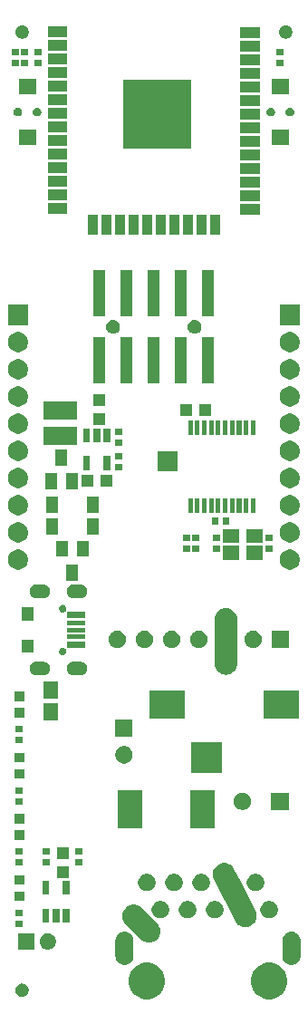
<source format=gbr>
G04 #@! TF.GenerationSoftware,KiCad,Pcbnew,6.0.0-rc1-unknown-69d90a4~84~ubuntu18.04.1*
G04 #@! TF.CreationDate,2019-01-16T16:00:12+02:00
G04 #@! TF.ProjectId,ESP32-PoE-ISO_Rev_A,45535033-322d-4506-9f45-2d49534f5f52,A*
G04 #@! TF.SameCoordinates,Original*
G04 #@! TF.FileFunction,Soldermask,Top*
G04 #@! TF.FilePolarity,Negative*
%FSLAX46Y46*%
G04 Gerber Fmt 4.6, Leading zero omitted, Abs format (unit mm)*
G04 Created by KiCad (PCBNEW 6.0.0-rc1-unknown-69d90a4~84~ubuntu18.04.1) date 16.01.2019 (ср) 16:00:12 EET*
%MOMM*%
%LPD*%
G04 APERTURE LIST*
%ADD10C,0.100000*%
G04 APERTURE END LIST*
D10*
G36*
X115411105Y-183807561D02*
G01*
X115411107Y-183807562D01*
X115411108Y-183807562D01*
X115592840Y-183882838D01*
X115720631Y-183935771D01*
X115999197Y-184121903D01*
X116236097Y-184358803D01*
X116422229Y-184637369D01*
X116550439Y-184946895D01*
X116615800Y-185275486D01*
X116615800Y-185610514D01*
X116587386Y-185753360D01*
X116550438Y-185939108D01*
X116422803Y-186247246D01*
X116422229Y-186248631D01*
X116236097Y-186527197D01*
X115999197Y-186764097D01*
X115848724Y-186864640D01*
X115720631Y-186950229D01*
X115411108Y-187078438D01*
X115411107Y-187078438D01*
X115411105Y-187078439D01*
X115082514Y-187143800D01*
X114747486Y-187143800D01*
X114418895Y-187078439D01*
X114418893Y-187078438D01*
X114418892Y-187078438D01*
X114109369Y-186950229D01*
X113981276Y-186864640D01*
X113830803Y-186764097D01*
X113593903Y-186527197D01*
X113407771Y-186248631D01*
X113407197Y-186247246D01*
X113279562Y-185939108D01*
X113242614Y-185753360D01*
X113214200Y-185610514D01*
X113214200Y-185275486D01*
X113279561Y-184946895D01*
X113407771Y-184637369D01*
X113593903Y-184358803D01*
X113830803Y-184121903D01*
X114109369Y-183935771D01*
X114237160Y-183882838D01*
X114418892Y-183807562D01*
X114418893Y-183807562D01*
X114418895Y-183807561D01*
X114747486Y-183742200D01*
X115082514Y-183742200D01*
X115411105Y-183807561D01*
X115411105Y-183807561D01*
G37*
G36*
X103981105Y-183807561D02*
G01*
X103981107Y-183807562D01*
X103981108Y-183807562D01*
X104162840Y-183882838D01*
X104290631Y-183935771D01*
X104569197Y-184121903D01*
X104806097Y-184358803D01*
X104992229Y-184637369D01*
X105120439Y-184946895D01*
X105185800Y-185275486D01*
X105185800Y-185610514D01*
X105157386Y-185753360D01*
X105120438Y-185939108D01*
X104992803Y-186247246D01*
X104992229Y-186248631D01*
X104806097Y-186527197D01*
X104569197Y-186764097D01*
X104418724Y-186864640D01*
X104290631Y-186950229D01*
X103981108Y-187078438D01*
X103981107Y-187078438D01*
X103981105Y-187078439D01*
X103652514Y-187143800D01*
X103317486Y-187143800D01*
X102988895Y-187078439D01*
X102988893Y-187078438D01*
X102988892Y-187078438D01*
X102679369Y-186950229D01*
X102551276Y-186864640D01*
X102400803Y-186764097D01*
X102163903Y-186527197D01*
X101977771Y-186248631D01*
X101977197Y-186247246D01*
X101849562Y-185939108D01*
X101812614Y-185753360D01*
X101784200Y-185610514D01*
X101784200Y-185275486D01*
X101849561Y-184946895D01*
X101977771Y-184637369D01*
X102163903Y-184358803D01*
X102400803Y-184121903D01*
X102679369Y-183935771D01*
X102807160Y-183882838D01*
X102988892Y-183807562D01*
X102988893Y-183807562D01*
X102988895Y-183807561D01*
X103317486Y-183742200D01*
X103652514Y-183742200D01*
X103981105Y-183807561D01*
X103981105Y-183807561D01*
G37*
G36*
X92003889Y-185706095D02*
G01*
X92003891Y-185706096D01*
X92003892Y-185706096D01*
X92117996Y-185753360D01*
X92220688Y-185821976D01*
X92308024Y-185909312D01*
X92376640Y-186012004D01*
X92423904Y-186126108D01*
X92448000Y-186247248D01*
X92448000Y-186370752D01*
X92423904Y-186491892D01*
X92376640Y-186605996D01*
X92308024Y-186708688D01*
X92220688Y-186796024D01*
X92117996Y-186864640D01*
X92003892Y-186911904D01*
X92003891Y-186911904D01*
X92003889Y-186911905D01*
X91882754Y-186936000D01*
X91759246Y-186936000D01*
X91638111Y-186911905D01*
X91638109Y-186911904D01*
X91638108Y-186911904D01*
X91524004Y-186864640D01*
X91421312Y-186796024D01*
X91333976Y-186708688D01*
X91265360Y-186605996D01*
X91218096Y-186491892D01*
X91194000Y-186370752D01*
X91194000Y-186247248D01*
X91218096Y-186126108D01*
X91265360Y-186012004D01*
X91333976Y-185909312D01*
X91421312Y-185821976D01*
X91524004Y-185753360D01*
X91638108Y-185706096D01*
X91638109Y-185706096D01*
X91638111Y-185706095D01*
X91759246Y-185682000D01*
X91882754Y-185682000D01*
X92003889Y-185706095D01*
X92003889Y-185706095D01*
G37*
G36*
X101539336Y-180851808D02*
G01*
X101566785Y-180854512D01*
X101627343Y-180872882D01*
X101727161Y-180903161D01*
X101874967Y-180982165D01*
X101928681Y-181026247D01*
X102004517Y-181088484D01*
X102110837Y-181218035D01*
X102115811Y-181227341D01*
X102189840Y-181365839D01*
X102220119Y-181465657D01*
X102238489Y-181526215D01*
X102238489Y-181526217D01*
X102250800Y-181651205D01*
X102250800Y-183134795D01*
X102241567Y-183228536D01*
X102238489Y-183259785D01*
X102220119Y-183320343D01*
X102189840Y-183420161D01*
X102135931Y-183521018D01*
X102110837Y-183567965D01*
X102004517Y-183697516D01*
X101874966Y-183803836D01*
X101828019Y-183828930D01*
X101727162Y-183882839D01*
X101627344Y-183913118D01*
X101566786Y-183931488D01*
X101539337Y-183934191D01*
X101400000Y-183947916D01*
X101260664Y-183934192D01*
X101233215Y-183931488D01*
X101172657Y-183913118D01*
X101072839Y-183882839D01*
X100971982Y-183828930D01*
X100925035Y-183803836D01*
X100795484Y-183697516D01*
X100689164Y-183567965D01*
X100664070Y-183521018D01*
X100610161Y-183420161D01*
X100579882Y-183320343D01*
X100561512Y-183259785D01*
X100558434Y-183228536D01*
X100549201Y-183134795D01*
X100549200Y-181651206D01*
X100561511Y-181526218D01*
X100561511Y-181526216D01*
X100579881Y-181465658D01*
X100610160Y-181365840D01*
X100689164Y-181218034D01*
X100795483Y-181088484D01*
X100860199Y-181035373D01*
X100925034Y-180982164D01*
X100971981Y-180957070D01*
X101072838Y-180903161D01*
X101172656Y-180872882D01*
X101233214Y-180854512D01*
X101260663Y-180851809D01*
X101400000Y-180838084D01*
X101539336Y-180851808D01*
X101539336Y-180851808D01*
G37*
G36*
X117139336Y-180851808D02*
G01*
X117166785Y-180854512D01*
X117227343Y-180872882D01*
X117327161Y-180903161D01*
X117474967Y-180982165D01*
X117528681Y-181026247D01*
X117604517Y-181088484D01*
X117710837Y-181218035D01*
X117715811Y-181227341D01*
X117789840Y-181365839D01*
X117820119Y-181465657D01*
X117838489Y-181526215D01*
X117838489Y-181526217D01*
X117850800Y-181651205D01*
X117850800Y-183134795D01*
X117841567Y-183228536D01*
X117838489Y-183259785D01*
X117820119Y-183320343D01*
X117789840Y-183420161D01*
X117735931Y-183521018D01*
X117710837Y-183567965D01*
X117604517Y-183697516D01*
X117474966Y-183803836D01*
X117428019Y-183828930D01*
X117327162Y-183882839D01*
X117227344Y-183913118D01*
X117166786Y-183931488D01*
X117139337Y-183934191D01*
X117000000Y-183947916D01*
X116860664Y-183934192D01*
X116833215Y-183931488D01*
X116772657Y-183913118D01*
X116672839Y-183882839D01*
X116571982Y-183828930D01*
X116525035Y-183803836D01*
X116395484Y-183697516D01*
X116289164Y-183567965D01*
X116264070Y-183521018D01*
X116210161Y-183420161D01*
X116179882Y-183320343D01*
X116161512Y-183259785D01*
X116158434Y-183228536D01*
X116149201Y-183134795D01*
X116149200Y-181651206D01*
X116161511Y-181526218D01*
X116161511Y-181526216D01*
X116179881Y-181465658D01*
X116210160Y-181365840D01*
X116289164Y-181218034D01*
X116395483Y-181088484D01*
X116460199Y-181035373D01*
X116525034Y-180982164D01*
X116571981Y-180957070D01*
X116672838Y-180903161D01*
X116772656Y-180872882D01*
X116833214Y-180854512D01*
X116860663Y-180851809D01*
X117000000Y-180838084D01*
X117139336Y-180851808D01*
X117139336Y-180851808D01*
G37*
G36*
X92960420Y-182510660D02*
G01*
X91458820Y-182510660D01*
X91458820Y-181009060D01*
X92960420Y-181009060D01*
X92960420Y-182510660D01*
X92960420Y-182510660D01*
G37*
G36*
X94308016Y-181009060D02*
G01*
X94440301Y-181035373D01*
X94468599Y-181047095D01*
X94576937Y-181091969D01*
X94699907Y-181174135D01*
X94804485Y-181278713D01*
X94886651Y-181401683D01*
X94931525Y-181510021D01*
X94938235Y-181526218D01*
X94943247Y-181538320D01*
X94972100Y-181683373D01*
X94972100Y-181831267D01*
X94943247Y-181976320D01*
X94886651Y-182112957D01*
X94804485Y-182235927D01*
X94699907Y-182340505D01*
X94576937Y-182422671D01*
X94468599Y-182467545D01*
X94440301Y-182479267D01*
X94367773Y-182493694D01*
X94295247Y-182508120D01*
X94147353Y-182508120D01*
X94074827Y-182493694D01*
X94002299Y-182479267D01*
X93974001Y-182467545D01*
X93865663Y-182422671D01*
X93742693Y-182340505D01*
X93638115Y-182235927D01*
X93555949Y-182112957D01*
X93499353Y-181976320D01*
X93470500Y-181831267D01*
X93470500Y-181683373D01*
X93499353Y-181538320D01*
X93504366Y-181526218D01*
X93511075Y-181510021D01*
X93555949Y-181401683D01*
X93638115Y-181278713D01*
X93742693Y-181174135D01*
X93865663Y-181091969D01*
X93974001Y-181047095D01*
X94002299Y-181035373D01*
X94134584Y-181009060D01*
X94147353Y-181006520D01*
X94295247Y-181006520D01*
X94308016Y-181009060D01*
X94308016Y-181009060D01*
G37*
G36*
X102462307Y-178328916D02*
G01*
X102544877Y-178353964D01*
X102663401Y-178389917D01*
X102848730Y-178488977D01*
X102848732Y-178488978D01*
X102848731Y-178488978D01*
X102970462Y-178588880D01*
X104481420Y-180099837D01*
X104581323Y-180221569D01*
X104622072Y-180297806D01*
X104680383Y-180406898D01*
X104741384Y-180607991D01*
X104741384Y-180607993D01*
X104761982Y-180817120D01*
X104753507Y-180903161D01*
X104741384Y-181026249D01*
X104738616Y-181035373D01*
X104680383Y-181227341D01*
X104581323Y-181412671D01*
X104448011Y-181575111D01*
X104285571Y-181708423D01*
X104100241Y-181807483D01*
X103899149Y-181868484D01*
X103864732Y-181871874D01*
X103690020Y-181889082D01*
X103515308Y-181871874D01*
X103480891Y-181868484D01*
X103279798Y-181807483D01*
X103094469Y-181708423D01*
X102972737Y-181608520D01*
X101461780Y-180097562D01*
X101361878Y-179975831D01*
X101361877Y-179975830D01*
X101262817Y-179790501D01*
X101206789Y-179605800D01*
X101201816Y-179589407D01*
X101181218Y-179380280D01*
X101201816Y-179171153D01*
X101226864Y-179088583D01*
X101262817Y-178970059D01*
X101361877Y-178784730D01*
X101495190Y-178622290D01*
X101657630Y-178488977D01*
X101842959Y-178389917D01*
X101961483Y-178353964D01*
X102044053Y-178328916D01*
X102253180Y-178308318D01*
X102462307Y-178328916D01*
X102462307Y-178328916D01*
G37*
G36*
X110842331Y-174430787D02*
G01*
X111016290Y-174468955D01*
X111047590Y-174475822D01*
X111240118Y-174560036D01*
X111310924Y-174609386D01*
X111412518Y-174680192D01*
X111486829Y-174757480D01*
X111558163Y-174831671D01*
X111643071Y-174964311D01*
X112258901Y-176172946D01*
X113650980Y-178905056D01*
X113650982Y-178905061D01*
X113650983Y-178905063D01*
X113708379Y-179051706D01*
X113708379Y-179051708D01*
X113745321Y-179258577D01*
X113741195Y-179468678D01*
X113696160Y-179673937D01*
X113611946Y-179866465D01*
X113491790Y-180038865D01*
X113340309Y-180184512D01*
X113194321Y-180277964D01*
X113163321Y-180297808D01*
X112967642Y-180374396D01*
X112967639Y-180374396D01*
X112967638Y-180374397D01*
X112760769Y-180411339D01*
X112550668Y-180407213D01*
X112382341Y-180370281D01*
X112345409Y-180362178D01*
X112152881Y-180277964D01*
X112071967Y-180221570D01*
X111980481Y-180157808D01*
X111906170Y-180080520D01*
X111834836Y-180006329D01*
X111808980Y-179965937D01*
X111749928Y-179873690D01*
X109742020Y-175932943D01*
X109684621Y-175786290D01*
X109675439Y-175734872D01*
X109647679Y-175579423D01*
X109647679Y-175579421D01*
X109651805Y-175369321D01*
X109696840Y-175164063D01*
X109781054Y-174971535D01*
X109781054Y-174971534D01*
X109878532Y-174831673D01*
X109901210Y-174799134D01*
X109978498Y-174724823D01*
X110052689Y-174653489D01*
X110229679Y-174540191D01*
X110425359Y-174463603D01*
X110632229Y-174426661D01*
X110632231Y-174426661D01*
X110842331Y-174430787D01*
X110842331Y-174430787D01*
G37*
G36*
X91892800Y-180386800D02*
G01*
X91241200Y-180386800D01*
X91241200Y-179785200D01*
X91892800Y-179785200D01*
X91892800Y-180386800D01*
X91892800Y-180386800D01*
G37*
G36*
X94371800Y-180004800D02*
G01*
X93720200Y-180004800D01*
X93720200Y-178703200D01*
X94371800Y-178703200D01*
X94371800Y-180004800D01*
X94371800Y-180004800D01*
G37*
G36*
X95321800Y-180004800D02*
G01*
X94670200Y-180004800D01*
X94670200Y-178703200D01*
X95321800Y-178703200D01*
X95321800Y-180004800D01*
X95321800Y-180004800D01*
G37*
G36*
X96271800Y-180004800D02*
G01*
X95620200Y-180004800D01*
X95620200Y-178703200D01*
X96271800Y-178703200D01*
X96271800Y-180004800D01*
X96271800Y-180004800D01*
G37*
G36*
X115152085Y-178011435D02*
G01*
X115152087Y-178011436D01*
X115152088Y-178011436D01*
X115300005Y-178072705D01*
X115399622Y-178139267D01*
X115433130Y-178161657D01*
X115546343Y-178274870D01*
X115546344Y-178274872D01*
X115635295Y-178407995D01*
X115668839Y-178488978D01*
X115696565Y-178555915D01*
X115727800Y-178712946D01*
X115727800Y-178873054D01*
X115708505Y-178970059D01*
X115696564Y-179030088D01*
X115635295Y-179178005D01*
X115581458Y-179258577D01*
X115546343Y-179311130D01*
X115433130Y-179424343D01*
X115399622Y-179446732D01*
X115300005Y-179513295D01*
X115152088Y-179574564D01*
X115152087Y-179574564D01*
X115152085Y-179574565D01*
X114995054Y-179605800D01*
X114834946Y-179605800D01*
X114677915Y-179574565D01*
X114677913Y-179574564D01*
X114677912Y-179574564D01*
X114529995Y-179513295D01*
X114430378Y-179446732D01*
X114396870Y-179424343D01*
X114283657Y-179311130D01*
X114248542Y-179258577D01*
X114194705Y-179178005D01*
X114133436Y-179030088D01*
X114121496Y-178970059D01*
X114102200Y-178873054D01*
X114102200Y-178712946D01*
X114133435Y-178555915D01*
X114161161Y-178488978D01*
X114194705Y-178407995D01*
X114283656Y-178274872D01*
X114283657Y-178274870D01*
X114396870Y-178161657D01*
X114430378Y-178139267D01*
X114529995Y-178072705D01*
X114677912Y-178011436D01*
X114677913Y-178011436D01*
X114677915Y-178011435D01*
X114834946Y-177980200D01*
X114995054Y-177980200D01*
X115152085Y-178011435D01*
X115152085Y-178011435D01*
G37*
G36*
X110072085Y-178011435D02*
G01*
X110072087Y-178011436D01*
X110072088Y-178011436D01*
X110220005Y-178072705D01*
X110319622Y-178139267D01*
X110353130Y-178161657D01*
X110466343Y-178274870D01*
X110466344Y-178274872D01*
X110555295Y-178407995D01*
X110588839Y-178488978D01*
X110616565Y-178555915D01*
X110647800Y-178712946D01*
X110647800Y-178873054D01*
X110628505Y-178970059D01*
X110616564Y-179030088D01*
X110555295Y-179178005D01*
X110501458Y-179258577D01*
X110466343Y-179311130D01*
X110353130Y-179424343D01*
X110319622Y-179446732D01*
X110220005Y-179513295D01*
X110072088Y-179574564D01*
X110072087Y-179574564D01*
X110072085Y-179574565D01*
X109915054Y-179605800D01*
X109754946Y-179605800D01*
X109597915Y-179574565D01*
X109597913Y-179574564D01*
X109597912Y-179574564D01*
X109449995Y-179513295D01*
X109350378Y-179446732D01*
X109316870Y-179424343D01*
X109203657Y-179311130D01*
X109168542Y-179258577D01*
X109114705Y-179178005D01*
X109053436Y-179030088D01*
X109041496Y-178970059D01*
X109022200Y-178873054D01*
X109022200Y-178712946D01*
X109053435Y-178555915D01*
X109081161Y-178488978D01*
X109114705Y-178407995D01*
X109203656Y-178274872D01*
X109203657Y-178274870D01*
X109316870Y-178161657D01*
X109350378Y-178139267D01*
X109449995Y-178072705D01*
X109597912Y-178011436D01*
X109597913Y-178011436D01*
X109597915Y-178011435D01*
X109754946Y-177980200D01*
X109915054Y-177980200D01*
X110072085Y-178011435D01*
X110072085Y-178011435D01*
G37*
G36*
X107532085Y-178011435D02*
G01*
X107532087Y-178011436D01*
X107532088Y-178011436D01*
X107680005Y-178072705D01*
X107779622Y-178139267D01*
X107813130Y-178161657D01*
X107926343Y-178274870D01*
X107926344Y-178274872D01*
X108015295Y-178407995D01*
X108048839Y-178488978D01*
X108076565Y-178555915D01*
X108107800Y-178712946D01*
X108107800Y-178873054D01*
X108088505Y-178970059D01*
X108076564Y-179030088D01*
X108015295Y-179178005D01*
X107961458Y-179258577D01*
X107926343Y-179311130D01*
X107813130Y-179424343D01*
X107779622Y-179446732D01*
X107680005Y-179513295D01*
X107532088Y-179574564D01*
X107532087Y-179574564D01*
X107532085Y-179574565D01*
X107375054Y-179605800D01*
X107214946Y-179605800D01*
X107057915Y-179574565D01*
X107057913Y-179574564D01*
X107057912Y-179574564D01*
X106909995Y-179513295D01*
X106810378Y-179446732D01*
X106776870Y-179424343D01*
X106663657Y-179311130D01*
X106628542Y-179258577D01*
X106574705Y-179178005D01*
X106513436Y-179030088D01*
X106501496Y-178970059D01*
X106482200Y-178873054D01*
X106482200Y-178712946D01*
X106513435Y-178555915D01*
X106541161Y-178488978D01*
X106574705Y-178407995D01*
X106663656Y-178274872D01*
X106663657Y-178274870D01*
X106776870Y-178161657D01*
X106810378Y-178139267D01*
X106909995Y-178072705D01*
X107057912Y-178011436D01*
X107057913Y-178011436D01*
X107057915Y-178011435D01*
X107214946Y-177980200D01*
X107375054Y-177980200D01*
X107532085Y-178011435D01*
X107532085Y-178011435D01*
G37*
G36*
X104992085Y-178011435D02*
G01*
X104992087Y-178011436D01*
X104992088Y-178011436D01*
X105140005Y-178072705D01*
X105239622Y-178139267D01*
X105273130Y-178161657D01*
X105386343Y-178274870D01*
X105386344Y-178274872D01*
X105475295Y-178407995D01*
X105508839Y-178488978D01*
X105536565Y-178555915D01*
X105567800Y-178712946D01*
X105567800Y-178873054D01*
X105548505Y-178970059D01*
X105536564Y-179030088D01*
X105475295Y-179178005D01*
X105421458Y-179258577D01*
X105386343Y-179311130D01*
X105273130Y-179424343D01*
X105239622Y-179446732D01*
X105140005Y-179513295D01*
X104992088Y-179574564D01*
X104992087Y-179574564D01*
X104992085Y-179574565D01*
X104835054Y-179605800D01*
X104674946Y-179605800D01*
X104517915Y-179574565D01*
X104517913Y-179574564D01*
X104517912Y-179574564D01*
X104369995Y-179513295D01*
X104270378Y-179446732D01*
X104236870Y-179424343D01*
X104123657Y-179311130D01*
X104088542Y-179258577D01*
X104034705Y-179178005D01*
X103973436Y-179030088D01*
X103961496Y-178970059D01*
X103942200Y-178873054D01*
X103942200Y-178712946D01*
X103973435Y-178555915D01*
X104001161Y-178488978D01*
X104034705Y-178407995D01*
X104123656Y-178274872D01*
X104123657Y-178274870D01*
X104236870Y-178161657D01*
X104270378Y-178139267D01*
X104369995Y-178072705D01*
X104517912Y-178011436D01*
X104517913Y-178011436D01*
X104517915Y-178011435D01*
X104674946Y-177980200D01*
X104835054Y-177980200D01*
X104992085Y-178011435D01*
X104992085Y-178011435D01*
G37*
G36*
X91892800Y-179370800D02*
G01*
X91241200Y-179370800D01*
X91241200Y-178769200D01*
X91892800Y-178769200D01*
X91892800Y-179370800D01*
X91892800Y-179370800D01*
G37*
G36*
X92017800Y-177996800D02*
G01*
X91116200Y-177996800D01*
X91116200Y-177095200D01*
X92017800Y-177095200D01*
X92017800Y-177996800D01*
X92017800Y-177996800D01*
G37*
G36*
X94371800Y-177404800D02*
G01*
X93720200Y-177404800D01*
X93720200Y-176103200D01*
X94371800Y-176103200D01*
X94371800Y-177404800D01*
X94371800Y-177404800D01*
G37*
G36*
X96271800Y-177404800D02*
G01*
X95620200Y-177404800D01*
X95620200Y-176103200D01*
X96271800Y-176103200D01*
X96271800Y-177404800D01*
X96271800Y-177404800D01*
G37*
G36*
X103722085Y-175471435D02*
G01*
X103722087Y-175471436D01*
X103722088Y-175471436D01*
X103870005Y-175532705D01*
X103969622Y-175599268D01*
X104003130Y-175621657D01*
X104116343Y-175734870D01*
X104116344Y-175734872D01*
X104205295Y-175867995D01*
X104232195Y-175932938D01*
X104266565Y-176015915D01*
X104297800Y-176172946D01*
X104297800Y-176333052D01*
X104266564Y-176490088D01*
X104205295Y-176638005D01*
X104138732Y-176737622D01*
X104116343Y-176771130D01*
X104003130Y-176884343D01*
X103969622Y-176906733D01*
X103870005Y-176973295D01*
X103722088Y-177034564D01*
X103722087Y-177034564D01*
X103722085Y-177034565D01*
X103565054Y-177065800D01*
X103404946Y-177065800D01*
X103247915Y-177034565D01*
X103247913Y-177034564D01*
X103247912Y-177034564D01*
X103099995Y-176973295D01*
X103000378Y-176906732D01*
X102966870Y-176884343D01*
X102853657Y-176771130D01*
X102831268Y-176737622D01*
X102764705Y-176638005D01*
X102703436Y-176490088D01*
X102672200Y-176333052D01*
X102672200Y-176172946D01*
X102703435Y-176015915D01*
X102737805Y-175932938D01*
X102764705Y-175867995D01*
X102853656Y-175734872D01*
X102853657Y-175734870D01*
X102966870Y-175621657D01*
X103000378Y-175599268D01*
X103099995Y-175532705D01*
X103247912Y-175471436D01*
X103247913Y-175471436D01*
X103247915Y-175471435D01*
X103404946Y-175440200D01*
X103565054Y-175440200D01*
X103722085Y-175471435D01*
X103722085Y-175471435D01*
G37*
G36*
X113882085Y-175471435D02*
G01*
X113882087Y-175471436D01*
X113882088Y-175471436D01*
X114030005Y-175532705D01*
X114129622Y-175599268D01*
X114163130Y-175621657D01*
X114276343Y-175734870D01*
X114276344Y-175734872D01*
X114365295Y-175867995D01*
X114392195Y-175932938D01*
X114426565Y-176015915D01*
X114457800Y-176172946D01*
X114457800Y-176333052D01*
X114426564Y-176490088D01*
X114365295Y-176638005D01*
X114298732Y-176737622D01*
X114276343Y-176771130D01*
X114163130Y-176884343D01*
X114129622Y-176906733D01*
X114030005Y-176973295D01*
X113882088Y-177034564D01*
X113882087Y-177034564D01*
X113882085Y-177034565D01*
X113725054Y-177065800D01*
X113564946Y-177065800D01*
X113407915Y-177034565D01*
X113407913Y-177034564D01*
X113407912Y-177034564D01*
X113259995Y-176973295D01*
X113160378Y-176906732D01*
X113126870Y-176884343D01*
X113013657Y-176771130D01*
X112991268Y-176737622D01*
X112924705Y-176638005D01*
X112863436Y-176490088D01*
X112832200Y-176333052D01*
X112832200Y-176172946D01*
X112863435Y-176015915D01*
X112897805Y-175932938D01*
X112924705Y-175867995D01*
X113013656Y-175734872D01*
X113013657Y-175734870D01*
X113126870Y-175621657D01*
X113160378Y-175599268D01*
X113259995Y-175532705D01*
X113407912Y-175471436D01*
X113407913Y-175471436D01*
X113407915Y-175471435D01*
X113564946Y-175440200D01*
X113725054Y-175440200D01*
X113882085Y-175471435D01*
X113882085Y-175471435D01*
G37*
G36*
X106262085Y-175471435D02*
G01*
X106262087Y-175471436D01*
X106262088Y-175471436D01*
X106410005Y-175532705D01*
X106509622Y-175599268D01*
X106543130Y-175621657D01*
X106656343Y-175734870D01*
X106656344Y-175734872D01*
X106745295Y-175867995D01*
X106772195Y-175932938D01*
X106806565Y-176015915D01*
X106837800Y-176172946D01*
X106837800Y-176333052D01*
X106806564Y-176490088D01*
X106745295Y-176638005D01*
X106678732Y-176737622D01*
X106656343Y-176771130D01*
X106543130Y-176884343D01*
X106509622Y-176906733D01*
X106410005Y-176973295D01*
X106262088Y-177034564D01*
X106262087Y-177034564D01*
X106262085Y-177034565D01*
X106105054Y-177065800D01*
X105944946Y-177065800D01*
X105787915Y-177034565D01*
X105787913Y-177034564D01*
X105787912Y-177034564D01*
X105639995Y-176973295D01*
X105540378Y-176906732D01*
X105506870Y-176884343D01*
X105393657Y-176771130D01*
X105371268Y-176737622D01*
X105304705Y-176638005D01*
X105243436Y-176490088D01*
X105212200Y-176333052D01*
X105212200Y-176172946D01*
X105243435Y-176015915D01*
X105277805Y-175932938D01*
X105304705Y-175867995D01*
X105393656Y-175734872D01*
X105393657Y-175734870D01*
X105506870Y-175621657D01*
X105540378Y-175599268D01*
X105639995Y-175532705D01*
X105787912Y-175471436D01*
X105787913Y-175471436D01*
X105787915Y-175471435D01*
X105944946Y-175440200D01*
X106105054Y-175440200D01*
X106262085Y-175471435D01*
X106262085Y-175471435D01*
G37*
G36*
X108802085Y-175471435D02*
G01*
X108802087Y-175471436D01*
X108802088Y-175471436D01*
X108950005Y-175532705D01*
X109049622Y-175599268D01*
X109083130Y-175621657D01*
X109196343Y-175734870D01*
X109196344Y-175734872D01*
X109285295Y-175867995D01*
X109312195Y-175932938D01*
X109346565Y-176015915D01*
X109377800Y-176172946D01*
X109377800Y-176333052D01*
X109346564Y-176490088D01*
X109285295Y-176638005D01*
X109218732Y-176737622D01*
X109196343Y-176771130D01*
X109083130Y-176884343D01*
X109049622Y-176906733D01*
X108950005Y-176973295D01*
X108802088Y-177034564D01*
X108802087Y-177034564D01*
X108802085Y-177034565D01*
X108645054Y-177065800D01*
X108484946Y-177065800D01*
X108327915Y-177034565D01*
X108327913Y-177034564D01*
X108327912Y-177034564D01*
X108179995Y-176973295D01*
X108080378Y-176906732D01*
X108046870Y-176884343D01*
X107933657Y-176771130D01*
X107911268Y-176737622D01*
X107844705Y-176638005D01*
X107783436Y-176490088D01*
X107752200Y-176333052D01*
X107752200Y-176172946D01*
X107783435Y-176015915D01*
X107817805Y-175932938D01*
X107844705Y-175867995D01*
X107933656Y-175734872D01*
X107933657Y-175734870D01*
X108046870Y-175621657D01*
X108080378Y-175599268D01*
X108179995Y-175532705D01*
X108327912Y-175471436D01*
X108327913Y-175471436D01*
X108327915Y-175471435D01*
X108484946Y-175440200D01*
X108645054Y-175440200D01*
X108802085Y-175471435D01*
X108802085Y-175471435D01*
G37*
G36*
X92017800Y-176472800D02*
G01*
X91116200Y-176472800D01*
X91116200Y-175571200D01*
X92017800Y-175571200D01*
X92017800Y-176472800D01*
X92017800Y-176472800D01*
G37*
G36*
X96189800Y-175818800D02*
G01*
X95072200Y-175818800D01*
X95072200Y-174701200D01*
X96189800Y-174701200D01*
X96189800Y-175818800D01*
X96189800Y-175818800D01*
G37*
G36*
X97480800Y-174671800D02*
G01*
X96829200Y-174671800D01*
X96829200Y-174070200D01*
X97480800Y-174070200D01*
X97480800Y-174671800D01*
X97480800Y-174671800D01*
G37*
G36*
X94432800Y-174671800D02*
G01*
X93781200Y-174671800D01*
X93781200Y-174070200D01*
X94432800Y-174070200D01*
X94432800Y-174671800D01*
X94432800Y-174671800D01*
G37*
G36*
X91892800Y-174671800D02*
G01*
X91241200Y-174671800D01*
X91241200Y-174070200D01*
X91892800Y-174070200D01*
X91892800Y-174671800D01*
X91892800Y-174671800D01*
G37*
G36*
X96189800Y-174040800D02*
G01*
X95072200Y-174040800D01*
X95072200Y-172923200D01*
X96189800Y-172923200D01*
X96189800Y-174040800D01*
X96189800Y-174040800D01*
G37*
G36*
X91892800Y-173655800D02*
G01*
X91241200Y-173655800D01*
X91241200Y-173054200D01*
X91892800Y-173054200D01*
X91892800Y-173655800D01*
X91892800Y-173655800D01*
G37*
G36*
X97480800Y-173655800D02*
G01*
X96829200Y-173655800D01*
X96829200Y-173054200D01*
X97480800Y-173054200D01*
X97480800Y-173655800D01*
X97480800Y-173655800D01*
G37*
G36*
X94432800Y-173655800D02*
G01*
X93781200Y-173655800D01*
X93781200Y-173054200D01*
X94432800Y-173054200D01*
X94432800Y-173655800D01*
X94432800Y-173655800D01*
G37*
G36*
X92017800Y-172281800D02*
G01*
X91116200Y-172281800D01*
X91116200Y-171380200D01*
X92017800Y-171380200D01*
X92017800Y-172281800D01*
X92017800Y-172281800D01*
G37*
G36*
X109833800Y-171168800D02*
G01*
X107532200Y-171168800D01*
X107532200Y-167667200D01*
X109833800Y-167667200D01*
X109833800Y-171168800D01*
X109833800Y-171168800D01*
G37*
G36*
X103033800Y-171168800D02*
G01*
X100732200Y-171168800D01*
X100732200Y-167667200D01*
X103033800Y-167667200D01*
X103033800Y-171168800D01*
X103033800Y-171168800D01*
G37*
G36*
X92017800Y-170757800D02*
G01*
X91116200Y-170757800D01*
X91116200Y-169856200D01*
X92017800Y-169856200D01*
X92017800Y-170757800D01*
X92017800Y-170757800D01*
G37*
G36*
X116735800Y-169468800D02*
G01*
X115110200Y-169468800D01*
X115110200Y-167843200D01*
X116735800Y-167843200D01*
X116735800Y-169468800D01*
X116735800Y-169468800D01*
G37*
G36*
X112660085Y-167874435D02*
G01*
X112660087Y-167874436D01*
X112660088Y-167874436D01*
X112808005Y-167935705D01*
X112907622Y-168002267D01*
X112941130Y-168024657D01*
X113054343Y-168137870D01*
X113054344Y-168137872D01*
X113143295Y-168270995D01*
X113204564Y-168418912D01*
X113235800Y-168575948D01*
X113235800Y-168736052D01*
X113204564Y-168893088D01*
X113143295Y-169041005D01*
X113076732Y-169140622D01*
X113054343Y-169174130D01*
X112941130Y-169287343D01*
X112907622Y-169309733D01*
X112808005Y-169376295D01*
X112660088Y-169437564D01*
X112660087Y-169437564D01*
X112660085Y-169437565D01*
X112503054Y-169468800D01*
X112342946Y-169468800D01*
X112185915Y-169437565D01*
X112185913Y-169437564D01*
X112185912Y-169437564D01*
X112037995Y-169376295D01*
X111938378Y-169309733D01*
X111904870Y-169287343D01*
X111791657Y-169174130D01*
X111769268Y-169140622D01*
X111702705Y-169041005D01*
X111641436Y-168893088D01*
X111610200Y-168736052D01*
X111610200Y-168575948D01*
X111641436Y-168418912D01*
X111702705Y-168270995D01*
X111791656Y-168137872D01*
X111791657Y-168137870D01*
X111904870Y-168024657D01*
X111938378Y-168002267D01*
X112037995Y-167935705D01*
X112185912Y-167874436D01*
X112185913Y-167874436D01*
X112185915Y-167874435D01*
X112342946Y-167843200D01*
X112503054Y-167843200D01*
X112660085Y-167874435D01*
X112660085Y-167874435D01*
G37*
G36*
X91892800Y-168956800D02*
G01*
X91241200Y-168956800D01*
X91241200Y-168355200D01*
X91892800Y-168355200D01*
X91892800Y-168956800D01*
X91892800Y-168956800D01*
G37*
G36*
X91892800Y-167940800D02*
G01*
X91241200Y-167940800D01*
X91241200Y-167339200D01*
X91892800Y-167339200D01*
X91892800Y-167940800D01*
X91892800Y-167940800D01*
G37*
G36*
X92017800Y-166566800D02*
G01*
X91116200Y-166566800D01*
X91116200Y-165665200D01*
X92017800Y-165665200D01*
X92017800Y-166566800D01*
X92017800Y-166566800D01*
G37*
G36*
X110527799Y-166042799D02*
G01*
X107626201Y-166042799D01*
X107626201Y-163141201D01*
X110527799Y-163141201D01*
X110527799Y-166042799D01*
X110527799Y-166042799D01*
G37*
G36*
X101583085Y-163536435D02*
G01*
X101583087Y-163536436D01*
X101583088Y-163536436D01*
X101731005Y-163597705D01*
X101830622Y-163664267D01*
X101864130Y-163686657D01*
X101977343Y-163799870D01*
X101977344Y-163799872D01*
X102066295Y-163932995D01*
X102127564Y-164080912D01*
X102158800Y-164237948D01*
X102158800Y-164398052D01*
X102127564Y-164555088D01*
X102066295Y-164703005D01*
X101999732Y-164802622D01*
X101977343Y-164836130D01*
X101864130Y-164949343D01*
X101830622Y-164971732D01*
X101731005Y-165038295D01*
X101583088Y-165099564D01*
X101583087Y-165099564D01*
X101583085Y-165099565D01*
X101426054Y-165130800D01*
X101265946Y-165130800D01*
X101108915Y-165099565D01*
X101108913Y-165099564D01*
X101108912Y-165099564D01*
X100960995Y-165038295D01*
X100861378Y-164971733D01*
X100827870Y-164949343D01*
X100714657Y-164836130D01*
X100692268Y-164802622D01*
X100625705Y-164703005D01*
X100564436Y-164555088D01*
X100533200Y-164398052D01*
X100533200Y-164237948D01*
X100564436Y-164080912D01*
X100625705Y-163932995D01*
X100714656Y-163799872D01*
X100714657Y-163799870D01*
X100827870Y-163686657D01*
X100861378Y-163664268D01*
X100960995Y-163597705D01*
X101108912Y-163536436D01*
X101108913Y-163536436D01*
X101108915Y-163536435D01*
X101265946Y-163505200D01*
X101426054Y-163505200D01*
X101583085Y-163536435D01*
X101583085Y-163536435D01*
G37*
G36*
X92017800Y-165042800D02*
G01*
X91116200Y-165042800D01*
X91116200Y-164141200D01*
X92017800Y-164141200D01*
X92017800Y-165042800D01*
X92017800Y-165042800D01*
G37*
G36*
X91892800Y-163241800D02*
G01*
X91241200Y-163241800D01*
X91241200Y-162640200D01*
X91892800Y-162640200D01*
X91892800Y-163241800D01*
X91892800Y-163241800D01*
G37*
G36*
X102158800Y-162630800D02*
G01*
X100533200Y-162630800D01*
X100533200Y-161005200D01*
X102158800Y-161005200D01*
X102158800Y-162630800D01*
X102158800Y-162630800D01*
G37*
G36*
X91892800Y-162225800D02*
G01*
X91241200Y-162225800D01*
X91241200Y-161624200D01*
X91892800Y-161624200D01*
X91892800Y-162225800D01*
X91892800Y-162225800D01*
G37*
G36*
X95173800Y-161086800D02*
G01*
X93802200Y-161086800D01*
X93802200Y-159461200D01*
X95173800Y-159461200D01*
X95173800Y-161086800D01*
X95173800Y-161086800D01*
G37*
G36*
X107044800Y-160939800D02*
G01*
X103743200Y-160939800D01*
X103743200Y-158338200D01*
X107044800Y-158338200D01*
X107044800Y-160939800D01*
X107044800Y-160939800D01*
G37*
G36*
X117744800Y-160939800D02*
G01*
X114443200Y-160939800D01*
X114443200Y-158338200D01*
X117744800Y-158338200D01*
X117744800Y-160939800D01*
X117744800Y-160939800D01*
G37*
G36*
X92017800Y-160851800D02*
G01*
X91116200Y-160851800D01*
X91116200Y-159950200D01*
X92017800Y-159950200D01*
X92017800Y-160851800D01*
X92017800Y-160851800D01*
G37*
G36*
X92017800Y-159327800D02*
G01*
X91116200Y-159327800D01*
X91116200Y-158426200D01*
X92017800Y-158426200D01*
X92017800Y-159327800D01*
X92017800Y-159327800D01*
G37*
G36*
X95173800Y-159054800D02*
G01*
X93802200Y-159054800D01*
X93802200Y-157429200D01*
X95173800Y-157429200D01*
X95173800Y-159054800D01*
X95173800Y-159054800D01*
G37*
G36*
X97373576Y-155612616D02*
G01*
X97496256Y-155649831D01*
X97556687Y-155682132D01*
X97609314Y-155710262D01*
X97609316Y-155710263D01*
X97609315Y-155710263D01*
X97708411Y-155791589D01*
X97789737Y-155890685D01*
X97850169Y-156003744D01*
X97887384Y-156126424D01*
X97899949Y-156254000D01*
X97887384Y-156381576D01*
X97850169Y-156504256D01*
X97817868Y-156564687D01*
X97789738Y-156617314D01*
X97708411Y-156716411D01*
X97609314Y-156797738D01*
X97556687Y-156825868D01*
X97496256Y-156858169D01*
X97373576Y-156895384D01*
X97277969Y-156904800D01*
X96614031Y-156904800D01*
X96518424Y-156895384D01*
X96395744Y-156858169D01*
X96335313Y-156825868D01*
X96282686Y-156797738D01*
X96183589Y-156716411D01*
X96102262Y-156617314D01*
X96074132Y-156564687D01*
X96041831Y-156504256D01*
X96004616Y-156381576D01*
X95992051Y-156254000D01*
X96004616Y-156126424D01*
X96041831Y-156003744D01*
X96102263Y-155890685D01*
X96183589Y-155791589D01*
X96282685Y-155710263D01*
X96282684Y-155710263D01*
X96282686Y-155710262D01*
X96335313Y-155682132D01*
X96395744Y-155649831D01*
X96518424Y-155612616D01*
X96614031Y-155603200D01*
X97277969Y-155603200D01*
X97373576Y-155612616D01*
X97373576Y-155612616D01*
G37*
G36*
X93903576Y-155612616D02*
G01*
X94026256Y-155649831D01*
X94086687Y-155682132D01*
X94139314Y-155710262D01*
X94139316Y-155710263D01*
X94139315Y-155710263D01*
X94238411Y-155791589D01*
X94319737Y-155890685D01*
X94380169Y-156003744D01*
X94417384Y-156126424D01*
X94429949Y-156254000D01*
X94417384Y-156381576D01*
X94380169Y-156504256D01*
X94347868Y-156564687D01*
X94319738Y-156617314D01*
X94238411Y-156716411D01*
X94139314Y-156797738D01*
X94086687Y-156825868D01*
X94026256Y-156858169D01*
X93903576Y-156895384D01*
X93807969Y-156904800D01*
X93144031Y-156904800D01*
X93048424Y-156895384D01*
X92925744Y-156858169D01*
X92865313Y-156825868D01*
X92812686Y-156797738D01*
X92713589Y-156716411D01*
X92632262Y-156617314D01*
X92604132Y-156564687D01*
X92571831Y-156504256D01*
X92534616Y-156381576D01*
X92522051Y-156254000D01*
X92534616Y-156126424D01*
X92571831Y-156003744D01*
X92632263Y-155890685D01*
X92713589Y-155791589D01*
X92812685Y-155710263D01*
X92812684Y-155710263D01*
X92812686Y-155710262D01*
X92865313Y-155682132D01*
X92925744Y-155649831D01*
X93048424Y-155612616D01*
X93144031Y-155603200D01*
X93807969Y-155603200D01*
X93903576Y-155612616D01*
X93903576Y-155612616D01*
G37*
G36*
X111080126Y-150650135D02*
G01*
X111281221Y-150711137D01*
X111466550Y-150810197D01*
X111594105Y-150914879D01*
X111628991Y-150943509D01*
X111762302Y-151105949D01*
X111861363Y-151291278D01*
X111922365Y-151492373D01*
X111937800Y-151649093D01*
X111937800Y-155817907D01*
X111922365Y-155974627D01*
X111861363Y-156175722D01*
X111762303Y-156361050D01*
X111628991Y-156523491D01*
X111466550Y-156656803D01*
X111355031Y-156716411D01*
X111281222Y-156755863D01*
X111080127Y-156816865D01*
X110871000Y-156837462D01*
X110661874Y-156816865D01*
X110460779Y-156755863D01*
X110386970Y-156716411D01*
X110275451Y-156656803D01*
X110113010Y-156523491D01*
X109979698Y-156361050D01*
X109880638Y-156175722D01*
X109819636Y-155974627D01*
X109804201Y-155817907D01*
X109804200Y-151649094D01*
X109819635Y-151492374D01*
X109880637Y-151291279D01*
X109979698Y-151105949D01*
X110113009Y-150943509D01*
X110147895Y-150914879D01*
X110275450Y-150810197D01*
X110460778Y-150711137D01*
X110661873Y-150650135D01*
X110871000Y-150629538D01*
X111080126Y-150650135D01*
X111080126Y-150650135D01*
G37*
G36*
X95728324Y-154316681D02*
G01*
X95728326Y-154316682D01*
X95728327Y-154316682D01*
X95792166Y-154343125D01*
X95844643Y-154378189D01*
X95861931Y-154387430D01*
X95880691Y-154393120D01*
X95900200Y-154395042D01*
X95919709Y-154393121D01*
X95938468Y-154387430D01*
X95945727Y-154383550D01*
X95943107Y-154386743D01*
X95933866Y-154404032D01*
X95928175Y-154422791D01*
X95926254Y-154442300D01*
X95928175Y-154461809D01*
X95933866Y-154480568D01*
X95963318Y-154551673D01*
X95963319Y-154551676D01*
X95976800Y-154619449D01*
X95976800Y-154688551D01*
X95963622Y-154754800D01*
X95963318Y-154756327D01*
X95936877Y-154820163D01*
X95936875Y-154820166D01*
X95898484Y-154877622D01*
X95849622Y-154926484D01*
X95792166Y-154964875D01*
X95792163Y-154964877D01*
X95728327Y-154991318D01*
X95728326Y-154991318D01*
X95728324Y-154991319D01*
X95660551Y-155004800D01*
X95591449Y-155004800D01*
X95523676Y-154991319D01*
X95523674Y-154991318D01*
X95523673Y-154991318D01*
X95459837Y-154964877D01*
X95459834Y-154964875D01*
X95402378Y-154926484D01*
X95353516Y-154877622D01*
X95315125Y-154820166D01*
X95315123Y-154820163D01*
X95288682Y-154756327D01*
X95288378Y-154754800D01*
X95275200Y-154688551D01*
X95275200Y-154619449D01*
X95288681Y-154551676D01*
X95288682Y-154551673D01*
X95315123Y-154487837D01*
X95319980Y-154480568D01*
X95353516Y-154430378D01*
X95402378Y-154381516D01*
X95459834Y-154343125D01*
X95459837Y-154343123D01*
X95523673Y-154316682D01*
X95523674Y-154316682D01*
X95523676Y-154316681D01*
X95591449Y-154303200D01*
X95660551Y-154303200D01*
X95728324Y-154316681D01*
X95728324Y-154316681D01*
G37*
G36*
X92876800Y-154754800D02*
G01*
X91775200Y-154754800D01*
X91775200Y-153553200D01*
X92876800Y-153553200D01*
X92876800Y-154754800D01*
X92876800Y-154754800D01*
G37*
G36*
X100948085Y-152761435D02*
G01*
X100948087Y-152761436D01*
X100948088Y-152761436D01*
X101096005Y-152822705D01*
X101162745Y-152867300D01*
X101229130Y-152911657D01*
X101342343Y-153024870D01*
X101342344Y-153024872D01*
X101431295Y-153157995D01*
X101492564Y-153305912D01*
X101523800Y-153462948D01*
X101523800Y-153623052D01*
X101492564Y-153780088D01*
X101431295Y-153928005D01*
X101364733Y-154027622D01*
X101342343Y-154061130D01*
X101229130Y-154174343D01*
X101195622Y-154196733D01*
X101096005Y-154263295D01*
X100948088Y-154324564D01*
X100948087Y-154324564D01*
X100948085Y-154324565D01*
X100791054Y-154355800D01*
X100630946Y-154355800D01*
X100473915Y-154324565D01*
X100473913Y-154324564D01*
X100473912Y-154324564D01*
X100325995Y-154263295D01*
X100226378Y-154196733D01*
X100192870Y-154174343D01*
X100079657Y-154061130D01*
X100057267Y-154027622D01*
X99990705Y-153928005D01*
X99929436Y-153780088D01*
X99898200Y-153623052D01*
X99898200Y-153462948D01*
X99929436Y-153305912D01*
X99990705Y-153157995D01*
X100079656Y-153024872D01*
X100079657Y-153024870D01*
X100192870Y-152911657D01*
X100259255Y-152867300D01*
X100325995Y-152822705D01*
X100473912Y-152761436D01*
X100473913Y-152761436D01*
X100473915Y-152761435D01*
X100630946Y-152730200D01*
X100791054Y-152730200D01*
X100948085Y-152761435D01*
X100948085Y-152761435D01*
G37*
G36*
X106028085Y-152761435D02*
G01*
X106028087Y-152761436D01*
X106028088Y-152761436D01*
X106176005Y-152822705D01*
X106242745Y-152867300D01*
X106309130Y-152911657D01*
X106422343Y-153024870D01*
X106422344Y-153024872D01*
X106511295Y-153157995D01*
X106572564Y-153305912D01*
X106603800Y-153462948D01*
X106603800Y-153623052D01*
X106572564Y-153780088D01*
X106511295Y-153928005D01*
X106444733Y-154027622D01*
X106422343Y-154061130D01*
X106309130Y-154174343D01*
X106275622Y-154196733D01*
X106176005Y-154263295D01*
X106028088Y-154324564D01*
X106028087Y-154324564D01*
X106028085Y-154324565D01*
X105871054Y-154355800D01*
X105710946Y-154355800D01*
X105553915Y-154324565D01*
X105553913Y-154324564D01*
X105553912Y-154324564D01*
X105405995Y-154263295D01*
X105306378Y-154196733D01*
X105272870Y-154174343D01*
X105159657Y-154061130D01*
X105137267Y-154027622D01*
X105070705Y-153928005D01*
X105009436Y-153780088D01*
X104978200Y-153623052D01*
X104978200Y-153462948D01*
X105009436Y-153305912D01*
X105070705Y-153157995D01*
X105159656Y-153024872D01*
X105159657Y-153024870D01*
X105272870Y-152911657D01*
X105339255Y-152867300D01*
X105405995Y-152822705D01*
X105553912Y-152761436D01*
X105553913Y-152761436D01*
X105553915Y-152761435D01*
X105710946Y-152730200D01*
X105871054Y-152730200D01*
X106028085Y-152761435D01*
X106028085Y-152761435D01*
G37*
G36*
X113648085Y-152761435D02*
G01*
X113648087Y-152761436D01*
X113648088Y-152761436D01*
X113796005Y-152822705D01*
X113862745Y-152867300D01*
X113929130Y-152911657D01*
X114042343Y-153024870D01*
X114042344Y-153024872D01*
X114131295Y-153157995D01*
X114192564Y-153305912D01*
X114223800Y-153462948D01*
X114223800Y-153623052D01*
X114192564Y-153780088D01*
X114131295Y-153928005D01*
X114064733Y-154027622D01*
X114042343Y-154061130D01*
X113929130Y-154174343D01*
X113895622Y-154196733D01*
X113796005Y-154263295D01*
X113648088Y-154324564D01*
X113648087Y-154324564D01*
X113648085Y-154324565D01*
X113491054Y-154355800D01*
X113330946Y-154355800D01*
X113173915Y-154324565D01*
X113173913Y-154324564D01*
X113173912Y-154324564D01*
X113025995Y-154263295D01*
X112926378Y-154196733D01*
X112892870Y-154174343D01*
X112779657Y-154061130D01*
X112757267Y-154027622D01*
X112690705Y-153928005D01*
X112629436Y-153780088D01*
X112598200Y-153623052D01*
X112598200Y-153462948D01*
X112629436Y-153305912D01*
X112690705Y-153157995D01*
X112779656Y-153024872D01*
X112779657Y-153024870D01*
X112892870Y-152911657D01*
X112959255Y-152867300D01*
X113025995Y-152822705D01*
X113173912Y-152761436D01*
X113173913Y-152761436D01*
X113173915Y-152761435D01*
X113330946Y-152730200D01*
X113491054Y-152730200D01*
X113648085Y-152761435D01*
X113648085Y-152761435D01*
G37*
G36*
X116763800Y-154355800D02*
G01*
X115138200Y-154355800D01*
X115138200Y-152730200D01*
X116763800Y-152730200D01*
X116763800Y-154355800D01*
X116763800Y-154355800D01*
G37*
G36*
X103488085Y-152761435D02*
G01*
X103488087Y-152761436D01*
X103488088Y-152761436D01*
X103636005Y-152822705D01*
X103702745Y-152867300D01*
X103769130Y-152911657D01*
X103882343Y-153024870D01*
X103882344Y-153024872D01*
X103971295Y-153157995D01*
X104032564Y-153305912D01*
X104063800Y-153462948D01*
X104063800Y-153623052D01*
X104032564Y-153780088D01*
X103971295Y-153928005D01*
X103904733Y-154027622D01*
X103882343Y-154061130D01*
X103769130Y-154174343D01*
X103735622Y-154196733D01*
X103636005Y-154263295D01*
X103488088Y-154324564D01*
X103488087Y-154324564D01*
X103488085Y-154324565D01*
X103331054Y-154355800D01*
X103170946Y-154355800D01*
X103013915Y-154324565D01*
X103013913Y-154324564D01*
X103013912Y-154324564D01*
X102865995Y-154263295D01*
X102766378Y-154196733D01*
X102732870Y-154174343D01*
X102619657Y-154061130D01*
X102597267Y-154027622D01*
X102530705Y-153928005D01*
X102469436Y-153780088D01*
X102438200Y-153623052D01*
X102438200Y-153462948D01*
X102469436Y-153305912D01*
X102530705Y-153157995D01*
X102619656Y-153024872D01*
X102619657Y-153024870D01*
X102732870Y-152911657D01*
X102799255Y-152867300D01*
X102865995Y-152822705D01*
X103013912Y-152761436D01*
X103013913Y-152761436D01*
X103013915Y-152761435D01*
X103170946Y-152730200D01*
X103331054Y-152730200D01*
X103488085Y-152761435D01*
X103488085Y-152761435D01*
G37*
G36*
X108568085Y-152761435D02*
G01*
X108568087Y-152761436D01*
X108568088Y-152761436D01*
X108716005Y-152822705D01*
X108782745Y-152867300D01*
X108849130Y-152911657D01*
X108962343Y-153024870D01*
X108962344Y-153024872D01*
X109051295Y-153157995D01*
X109112564Y-153305912D01*
X109143800Y-153462948D01*
X109143800Y-153623052D01*
X109112564Y-153780088D01*
X109051295Y-153928005D01*
X108984733Y-154027622D01*
X108962343Y-154061130D01*
X108849130Y-154174343D01*
X108815622Y-154196733D01*
X108716005Y-154263295D01*
X108568088Y-154324564D01*
X108568087Y-154324564D01*
X108568085Y-154324565D01*
X108411054Y-154355800D01*
X108250946Y-154355800D01*
X108093915Y-154324565D01*
X108093913Y-154324564D01*
X108093912Y-154324564D01*
X107945995Y-154263295D01*
X107846378Y-154196733D01*
X107812870Y-154174343D01*
X107699657Y-154061130D01*
X107677267Y-154027622D01*
X107610705Y-153928005D01*
X107549436Y-153780088D01*
X107518200Y-153623052D01*
X107518200Y-153462948D01*
X107549436Y-153305912D01*
X107610705Y-153157995D01*
X107699656Y-153024872D01*
X107699657Y-153024870D01*
X107812870Y-152911657D01*
X107879255Y-152867300D01*
X107945995Y-152822705D01*
X108093912Y-152761436D01*
X108093913Y-152761436D01*
X108093915Y-152761435D01*
X108250946Y-152730200D01*
X108411054Y-152730200D01*
X108568085Y-152761435D01*
X108568085Y-152761435D01*
G37*
G36*
X97751800Y-154342300D02*
G01*
X96026254Y-154342300D01*
X96006745Y-154344221D01*
X95987986Y-154349912D01*
X95980726Y-154353792D01*
X95983347Y-154350599D01*
X95992588Y-154333311D01*
X95998278Y-154314551D01*
X96000200Y-154295042D01*
X96000200Y-153740700D01*
X97751800Y-153740700D01*
X97751800Y-154342300D01*
X97751800Y-154342300D01*
G37*
G36*
X97751800Y-153517300D02*
G01*
X96000200Y-153517300D01*
X96000200Y-153090700D01*
X97751800Y-153090700D01*
X97751800Y-153517300D01*
X97751800Y-153517300D01*
G37*
G36*
X97751800Y-152867300D02*
G01*
X96000200Y-152867300D01*
X96000200Y-152440700D01*
X97751800Y-152440700D01*
X97751800Y-152867300D01*
X97751800Y-152867300D01*
G37*
G36*
X97751800Y-152217300D02*
G01*
X96000200Y-152217300D01*
X96000200Y-151790700D01*
X97751800Y-151790700D01*
X97751800Y-152217300D01*
X97751800Y-152217300D01*
G37*
G36*
X92876800Y-151754800D02*
G01*
X91775200Y-151754800D01*
X91775200Y-150553200D01*
X92876800Y-150553200D01*
X92876800Y-151754800D01*
X92876800Y-151754800D01*
G37*
G36*
X95987986Y-150958088D02*
G01*
X96006746Y-150963779D01*
X96026254Y-150965700D01*
X97751800Y-150965700D01*
X97751800Y-151567300D01*
X96000200Y-151567300D01*
X96000200Y-151012958D01*
X95998279Y-150993449D01*
X95992588Y-150974690D01*
X95983347Y-150957401D01*
X95980726Y-150954207D01*
X95987986Y-150958088D01*
X95987986Y-150958088D01*
G37*
G36*
X95728324Y-150316681D02*
G01*
X95728326Y-150316682D01*
X95728327Y-150316682D01*
X95792163Y-150343123D01*
X95792166Y-150343125D01*
X95849622Y-150381516D01*
X95898484Y-150430378D01*
X95936875Y-150487834D01*
X95936877Y-150487837D01*
X95963318Y-150551673D01*
X95963319Y-150551676D01*
X95976800Y-150619449D01*
X95976800Y-150688551D01*
X95972307Y-150711137D01*
X95963318Y-150756327D01*
X95933866Y-150827432D01*
X95928175Y-150846192D01*
X95926254Y-150865701D01*
X95928176Y-150885210D01*
X95933866Y-150903969D01*
X95943108Y-150921258D01*
X95945728Y-150924451D01*
X95938468Y-150920570D01*
X95919709Y-150914879D01*
X95900200Y-150912958D01*
X95880691Y-150914879D01*
X95861932Y-150920570D01*
X95844643Y-150929811D01*
X95792166Y-150964875D01*
X95728327Y-150991318D01*
X95728326Y-150991318D01*
X95728324Y-150991319D01*
X95660551Y-151004800D01*
X95591449Y-151004800D01*
X95523676Y-150991319D01*
X95523674Y-150991318D01*
X95523673Y-150991318D01*
X95459837Y-150964877D01*
X95449677Y-150958088D01*
X95402378Y-150926484D01*
X95353516Y-150877622D01*
X95315125Y-150820166D01*
X95315123Y-150820163D01*
X95288682Y-150756327D01*
X95279693Y-150711137D01*
X95275200Y-150688551D01*
X95275200Y-150619449D01*
X95288681Y-150551676D01*
X95288682Y-150551673D01*
X95315123Y-150487837D01*
X95315125Y-150487834D01*
X95353516Y-150430378D01*
X95402378Y-150381516D01*
X95459834Y-150343125D01*
X95459837Y-150343123D01*
X95523673Y-150316682D01*
X95523674Y-150316682D01*
X95523676Y-150316681D01*
X95591449Y-150303200D01*
X95660551Y-150303200D01*
X95728324Y-150316681D01*
X95728324Y-150316681D01*
G37*
G36*
X93903576Y-148412616D02*
G01*
X94026256Y-148449831D01*
X94086687Y-148482132D01*
X94139314Y-148510262D01*
X94139316Y-148510263D01*
X94139315Y-148510263D01*
X94238411Y-148591589D01*
X94319737Y-148690685D01*
X94380169Y-148803744D01*
X94417384Y-148926424D01*
X94429949Y-149054000D01*
X94417384Y-149181576D01*
X94380169Y-149304256D01*
X94347868Y-149364687D01*
X94319738Y-149417314D01*
X94238411Y-149516411D01*
X94139314Y-149597738D01*
X94086687Y-149625868D01*
X94026256Y-149658169D01*
X93903576Y-149695384D01*
X93807969Y-149704800D01*
X93144031Y-149704800D01*
X93048424Y-149695384D01*
X92925744Y-149658169D01*
X92865313Y-149625868D01*
X92812686Y-149597738D01*
X92713589Y-149516411D01*
X92632262Y-149417314D01*
X92604132Y-149364687D01*
X92571831Y-149304256D01*
X92534616Y-149181576D01*
X92522051Y-149054000D01*
X92534616Y-148926424D01*
X92571831Y-148803744D01*
X92632263Y-148690685D01*
X92713589Y-148591589D01*
X92812685Y-148510263D01*
X92812684Y-148510263D01*
X92812686Y-148510262D01*
X92865313Y-148482132D01*
X92925744Y-148449831D01*
X93048424Y-148412616D01*
X93144031Y-148403200D01*
X93807969Y-148403200D01*
X93903576Y-148412616D01*
X93903576Y-148412616D01*
G37*
G36*
X97373576Y-148412616D02*
G01*
X97496256Y-148449831D01*
X97556687Y-148482132D01*
X97609314Y-148510262D01*
X97609316Y-148510263D01*
X97609315Y-148510263D01*
X97708411Y-148591589D01*
X97789737Y-148690685D01*
X97850169Y-148803744D01*
X97887384Y-148926424D01*
X97899949Y-149054000D01*
X97887384Y-149181576D01*
X97850169Y-149304256D01*
X97817868Y-149364687D01*
X97789738Y-149417314D01*
X97708411Y-149516411D01*
X97609314Y-149597738D01*
X97556687Y-149625868D01*
X97496256Y-149658169D01*
X97373576Y-149695384D01*
X97277969Y-149704800D01*
X96614031Y-149704800D01*
X96518424Y-149695384D01*
X96395744Y-149658169D01*
X96335313Y-149625868D01*
X96282686Y-149597738D01*
X96183589Y-149516411D01*
X96102262Y-149417314D01*
X96074132Y-149364687D01*
X96041831Y-149304256D01*
X96004616Y-149181576D01*
X95992051Y-149054000D01*
X96004616Y-148926424D01*
X96041831Y-148803744D01*
X96102263Y-148690685D01*
X96183589Y-148591589D01*
X96282685Y-148510263D01*
X96282684Y-148510263D01*
X96282686Y-148510262D01*
X96335313Y-148482132D01*
X96395744Y-148449831D01*
X96518424Y-148412616D01*
X96614031Y-148403200D01*
X97277969Y-148403200D01*
X97373576Y-148412616D01*
X97373576Y-148412616D01*
G37*
G36*
X97073340Y-148030160D02*
G01*
X95971740Y-148030160D01*
X95971740Y-146528560D01*
X97073340Y-146528560D01*
X97073340Y-148030160D01*
X97073340Y-148030160D01*
G37*
G36*
X91714129Y-145176316D02*
G01*
X91714131Y-145176317D01*
X91714132Y-145176317D01*
X91885162Y-145247160D01*
X92039087Y-145350010D01*
X92169990Y-145480913D01*
X92272840Y-145634838D01*
X92343684Y-145805871D01*
X92379800Y-145987438D01*
X92379800Y-146172562D01*
X92343684Y-146354129D01*
X92343683Y-146354132D01*
X92272840Y-146525162D01*
X92169991Y-146679086D01*
X92039086Y-146809991D01*
X91885162Y-146912840D01*
X91714132Y-146983683D01*
X91714131Y-146983683D01*
X91714129Y-146983684D01*
X91532562Y-147019800D01*
X91347438Y-147019800D01*
X91165871Y-146983684D01*
X91165869Y-146983683D01*
X91165868Y-146983683D01*
X90994838Y-146912840D01*
X90840914Y-146809991D01*
X90710009Y-146679086D01*
X90607160Y-146525162D01*
X90536317Y-146354132D01*
X90536316Y-146354129D01*
X90500200Y-146172562D01*
X90500200Y-145987438D01*
X90536316Y-145805871D01*
X90607160Y-145634838D01*
X90710010Y-145480913D01*
X90840913Y-145350010D01*
X90994838Y-145247160D01*
X91165868Y-145176317D01*
X91165869Y-145176317D01*
X91165871Y-145176316D01*
X91347438Y-145140200D01*
X91532562Y-145140200D01*
X91714129Y-145176316D01*
X91714129Y-145176316D01*
G37*
G36*
X117114129Y-145176316D02*
G01*
X117114131Y-145176317D01*
X117114132Y-145176317D01*
X117285162Y-145247160D01*
X117439087Y-145350010D01*
X117569990Y-145480913D01*
X117672840Y-145634838D01*
X117743684Y-145805871D01*
X117779800Y-145987438D01*
X117779800Y-146172562D01*
X117743684Y-146354129D01*
X117743683Y-146354132D01*
X117672840Y-146525162D01*
X117569991Y-146679086D01*
X117439086Y-146809991D01*
X117285162Y-146912840D01*
X117114132Y-146983683D01*
X117114131Y-146983683D01*
X117114129Y-146983684D01*
X116932562Y-147019800D01*
X116747438Y-147019800D01*
X116565871Y-146983684D01*
X116565869Y-146983683D01*
X116565868Y-146983683D01*
X116394838Y-146912840D01*
X116240914Y-146809991D01*
X116110009Y-146679086D01*
X116007160Y-146525162D01*
X115936317Y-146354132D01*
X115936316Y-146354129D01*
X115900200Y-146172562D01*
X115900200Y-145987438D01*
X115936316Y-145805871D01*
X116007160Y-145634838D01*
X116110010Y-145480913D01*
X116240913Y-145350010D01*
X116394838Y-145247160D01*
X116565868Y-145176317D01*
X116565869Y-145176317D01*
X116565871Y-145176316D01*
X116747438Y-145140200D01*
X116932562Y-145140200D01*
X117114129Y-145176316D01*
X117114129Y-145176316D01*
G37*
G36*
X112088800Y-146103800D02*
G01*
X110587200Y-146103800D01*
X110587200Y-144802200D01*
X112088800Y-144802200D01*
X112088800Y-146103800D01*
X112088800Y-146103800D01*
G37*
G36*
X114288800Y-146103800D02*
G01*
X112787200Y-146103800D01*
X112787200Y-144802200D01*
X114288800Y-144802200D01*
X114288800Y-146103800D01*
X114288800Y-146103800D01*
G37*
G36*
X98020760Y-145820360D02*
G01*
X96919160Y-145820360D01*
X96919160Y-144318760D01*
X98020760Y-144318760D01*
X98020760Y-145820360D01*
X98020760Y-145820360D01*
G37*
G36*
X96118300Y-145820360D02*
G01*
X95016700Y-145820360D01*
X95016700Y-144318760D01*
X96118300Y-144318760D01*
X96118300Y-145820360D01*
X96118300Y-145820360D01*
G37*
G36*
X107513800Y-145334800D02*
G01*
X106862200Y-145334800D01*
X106862200Y-144733200D01*
X107513800Y-144733200D01*
X107513800Y-145334800D01*
X107513800Y-145334800D01*
G37*
G36*
X115260800Y-145334800D02*
G01*
X114609200Y-145334800D01*
X114609200Y-144733200D01*
X115260800Y-144733200D01*
X115260800Y-145334800D01*
X115260800Y-145334800D01*
G37*
G36*
X110307800Y-145334800D02*
G01*
X109656200Y-145334800D01*
X109656200Y-144733200D01*
X110307800Y-144733200D01*
X110307800Y-145334800D01*
X110307800Y-145334800D01*
G37*
G36*
X108402800Y-145334800D02*
G01*
X107751200Y-145334800D01*
X107751200Y-144733200D01*
X108402800Y-144733200D01*
X108402800Y-145334800D01*
X108402800Y-145334800D01*
G37*
G36*
X114288800Y-144503800D02*
G01*
X112787200Y-144503800D01*
X112787200Y-143202200D01*
X114288800Y-143202200D01*
X114288800Y-144503800D01*
X114288800Y-144503800D01*
G37*
G36*
X112088800Y-144503800D02*
G01*
X110587200Y-144503800D01*
X110587200Y-143202200D01*
X112088800Y-143202200D01*
X112088800Y-144503800D01*
X112088800Y-144503800D01*
G37*
G36*
X117114129Y-142636316D02*
G01*
X117114131Y-142636317D01*
X117114132Y-142636317D01*
X117285162Y-142707160D01*
X117439087Y-142810010D01*
X117569990Y-142940913D01*
X117672840Y-143094838D01*
X117743684Y-143265871D01*
X117779800Y-143447438D01*
X117779800Y-143632562D01*
X117762964Y-143717200D01*
X117743683Y-143814132D01*
X117672840Y-143985162D01*
X117569991Y-144139086D01*
X117439086Y-144269991D01*
X117285162Y-144372840D01*
X117114132Y-144443683D01*
X117114131Y-144443683D01*
X117114129Y-144443684D01*
X116932562Y-144479800D01*
X116747438Y-144479800D01*
X116565871Y-144443684D01*
X116565869Y-144443683D01*
X116565868Y-144443683D01*
X116394838Y-144372840D01*
X116240914Y-144269991D01*
X116110009Y-144139086D01*
X116007160Y-143985162D01*
X115936317Y-143814132D01*
X115917036Y-143717200D01*
X115900200Y-143632562D01*
X115900200Y-143447438D01*
X115936316Y-143265871D01*
X116007160Y-143094838D01*
X116110010Y-142940913D01*
X116240913Y-142810010D01*
X116394838Y-142707160D01*
X116565868Y-142636317D01*
X116565869Y-142636317D01*
X116565871Y-142636316D01*
X116747438Y-142600200D01*
X116932562Y-142600200D01*
X117114129Y-142636316D01*
X117114129Y-142636316D01*
G37*
G36*
X91714129Y-142636316D02*
G01*
X91714131Y-142636317D01*
X91714132Y-142636317D01*
X91885162Y-142707160D01*
X92039087Y-142810010D01*
X92169990Y-142940913D01*
X92272840Y-143094838D01*
X92343684Y-143265871D01*
X92379800Y-143447438D01*
X92379800Y-143632562D01*
X92362964Y-143717200D01*
X92343683Y-143814132D01*
X92272840Y-143985162D01*
X92169991Y-144139086D01*
X92039086Y-144269991D01*
X91885162Y-144372840D01*
X91714132Y-144443683D01*
X91714131Y-144443683D01*
X91714129Y-144443684D01*
X91532562Y-144479800D01*
X91347438Y-144479800D01*
X91165871Y-144443684D01*
X91165869Y-144443683D01*
X91165868Y-144443683D01*
X90994838Y-144372840D01*
X90840914Y-144269991D01*
X90710009Y-144139086D01*
X90607160Y-143985162D01*
X90536317Y-143814132D01*
X90517036Y-143717200D01*
X90500200Y-143632562D01*
X90500200Y-143447438D01*
X90536316Y-143265871D01*
X90607160Y-143094838D01*
X90710010Y-142940913D01*
X90840913Y-142810010D01*
X90994838Y-142707160D01*
X91165868Y-142636317D01*
X91165869Y-142636317D01*
X91165871Y-142636316D01*
X91347438Y-142600200D01*
X91532562Y-142600200D01*
X91714129Y-142636316D01*
X91714129Y-142636316D01*
G37*
G36*
X107513800Y-144318800D02*
G01*
X106862200Y-144318800D01*
X106862200Y-143717200D01*
X107513800Y-143717200D01*
X107513800Y-144318800D01*
X107513800Y-144318800D01*
G37*
G36*
X110307800Y-144318800D02*
G01*
X109656200Y-144318800D01*
X109656200Y-143717200D01*
X110307800Y-143717200D01*
X110307800Y-144318800D01*
X110307800Y-144318800D01*
G37*
G36*
X108402800Y-144318800D02*
G01*
X107751200Y-144318800D01*
X107751200Y-143717200D01*
X108402800Y-143717200D01*
X108402800Y-144318800D01*
X108402800Y-144318800D01*
G37*
G36*
X115260800Y-144318800D02*
G01*
X114609200Y-144318800D01*
X114609200Y-143717200D01*
X115260800Y-143717200D01*
X115260800Y-144318800D01*
X115260800Y-144318800D01*
G37*
G36*
X98970800Y-143752800D02*
G01*
X97869200Y-143752800D01*
X97869200Y-142251200D01*
X98970800Y-142251200D01*
X98970800Y-143752800D01*
X98970800Y-143752800D01*
G37*
G36*
X95170800Y-143752800D02*
G01*
X94069200Y-143752800D01*
X94069200Y-142251200D01*
X95170800Y-142251200D01*
X95170800Y-143752800D01*
X95170800Y-143752800D01*
G37*
G36*
X111171800Y-142819800D02*
G01*
X110570200Y-142819800D01*
X110570200Y-142168200D01*
X111171800Y-142168200D01*
X111171800Y-142819800D01*
X111171800Y-142819800D01*
G37*
G36*
X110155800Y-142819800D02*
G01*
X109554200Y-142819800D01*
X109554200Y-142168200D01*
X110155800Y-142168200D01*
X110155800Y-142819800D01*
X110155800Y-142819800D01*
G37*
G36*
X117114129Y-140096316D02*
G01*
X117114131Y-140096317D01*
X117114132Y-140096317D01*
X117285162Y-140167160D01*
X117439087Y-140270010D01*
X117569990Y-140400913D01*
X117672840Y-140554838D01*
X117743684Y-140725871D01*
X117779800Y-140907438D01*
X117779800Y-141092562D01*
X117743684Y-141274129D01*
X117743683Y-141274132D01*
X117672840Y-141445162D01*
X117569991Y-141599086D01*
X117439086Y-141729991D01*
X117285162Y-141832840D01*
X117114132Y-141903683D01*
X117114131Y-141903683D01*
X117114129Y-141903684D01*
X116932562Y-141939800D01*
X116747438Y-141939800D01*
X116565871Y-141903684D01*
X116565869Y-141903683D01*
X116565868Y-141903683D01*
X116394838Y-141832840D01*
X116240914Y-141729991D01*
X116110009Y-141599086D01*
X116007160Y-141445162D01*
X115936317Y-141274132D01*
X115936316Y-141274129D01*
X115900200Y-141092562D01*
X115900200Y-140907438D01*
X115936316Y-140725871D01*
X116007160Y-140554838D01*
X116110010Y-140400913D01*
X116240913Y-140270010D01*
X116394838Y-140167160D01*
X116565868Y-140096317D01*
X116565869Y-140096317D01*
X116565871Y-140096316D01*
X116747438Y-140060200D01*
X116932562Y-140060200D01*
X117114129Y-140096316D01*
X117114129Y-140096316D01*
G37*
G36*
X91714129Y-140096316D02*
G01*
X91714131Y-140096317D01*
X91714132Y-140096317D01*
X91885162Y-140167160D01*
X92039087Y-140270010D01*
X92169990Y-140400913D01*
X92272840Y-140554838D01*
X92343684Y-140725871D01*
X92379800Y-140907438D01*
X92379800Y-141092562D01*
X92343684Y-141274129D01*
X92343683Y-141274132D01*
X92272840Y-141445162D01*
X92169991Y-141599086D01*
X92039086Y-141729991D01*
X91885162Y-141832840D01*
X91714132Y-141903683D01*
X91714131Y-141903683D01*
X91714129Y-141903684D01*
X91532562Y-141939800D01*
X91347438Y-141939800D01*
X91165871Y-141903684D01*
X91165869Y-141903683D01*
X91165868Y-141903683D01*
X90994838Y-141832840D01*
X90840914Y-141729991D01*
X90710009Y-141599086D01*
X90607160Y-141445162D01*
X90536317Y-141274132D01*
X90536316Y-141274129D01*
X90500200Y-141092562D01*
X90500200Y-140907438D01*
X90536316Y-140725871D01*
X90607160Y-140554838D01*
X90710010Y-140400913D01*
X90840913Y-140270010D01*
X90994838Y-140167160D01*
X91165868Y-140096317D01*
X91165869Y-140096317D01*
X91165871Y-140096316D01*
X91347438Y-140060200D01*
X91532562Y-140060200D01*
X91714129Y-140096316D01*
X91714129Y-140096316D01*
G37*
G36*
X98970800Y-141720800D02*
G01*
X97869200Y-141720800D01*
X97869200Y-140219200D01*
X98970800Y-140219200D01*
X98970800Y-141720800D01*
X98970800Y-141720800D01*
G37*
G36*
X95170800Y-141720800D02*
G01*
X94069200Y-141720800D01*
X94069200Y-140219200D01*
X95170800Y-140219200D01*
X95170800Y-141720800D01*
X95170800Y-141720800D01*
G37*
G36*
X110378300Y-141719300D02*
G01*
X109951700Y-141719300D01*
X109951700Y-140347700D01*
X110378300Y-140347700D01*
X110378300Y-141719300D01*
X110378300Y-141719300D01*
G37*
G36*
X113628300Y-141719300D02*
G01*
X113201700Y-141719300D01*
X113201700Y-140347700D01*
X113628300Y-140347700D01*
X113628300Y-141719300D01*
X113628300Y-141719300D01*
G37*
G36*
X112978300Y-141719300D02*
G01*
X112551700Y-141719300D01*
X112551700Y-140347700D01*
X112978300Y-140347700D01*
X112978300Y-141719300D01*
X112978300Y-141719300D01*
G37*
G36*
X112328300Y-141719300D02*
G01*
X111901700Y-141719300D01*
X111901700Y-140347700D01*
X112328300Y-140347700D01*
X112328300Y-141719300D01*
X112328300Y-141719300D01*
G37*
G36*
X111678300Y-141719300D02*
G01*
X111251700Y-141719300D01*
X111251700Y-140347700D01*
X111678300Y-140347700D01*
X111678300Y-141719300D01*
X111678300Y-141719300D01*
G37*
G36*
X111028300Y-141719300D02*
G01*
X110601700Y-141719300D01*
X110601700Y-140347700D01*
X111028300Y-140347700D01*
X111028300Y-141719300D01*
X111028300Y-141719300D01*
G37*
G36*
X109728300Y-141719300D02*
G01*
X109301700Y-141719300D01*
X109301700Y-140347700D01*
X109728300Y-140347700D01*
X109728300Y-141719300D01*
X109728300Y-141719300D01*
G37*
G36*
X109078300Y-141719300D02*
G01*
X108651700Y-141719300D01*
X108651700Y-140347700D01*
X109078300Y-140347700D01*
X109078300Y-141719300D01*
X109078300Y-141719300D01*
G37*
G36*
X108428300Y-141719300D02*
G01*
X108001700Y-141719300D01*
X108001700Y-140347700D01*
X108428300Y-140347700D01*
X108428300Y-141719300D01*
X108428300Y-141719300D01*
G37*
G36*
X107778300Y-141719300D02*
G01*
X107351700Y-141719300D01*
X107351700Y-140347700D01*
X107778300Y-140347700D01*
X107778300Y-141719300D01*
X107778300Y-141719300D01*
G37*
G36*
X95104840Y-139526240D02*
G01*
X94003240Y-139526240D01*
X94003240Y-138024640D01*
X95104840Y-138024640D01*
X95104840Y-139526240D01*
X95104840Y-139526240D01*
G37*
G36*
X97007300Y-139526240D02*
G01*
X95905700Y-139526240D01*
X95905700Y-138024640D01*
X97007300Y-138024640D01*
X97007300Y-139526240D01*
X97007300Y-139526240D01*
G37*
G36*
X91714129Y-137556316D02*
G01*
X91714131Y-137556317D01*
X91714132Y-137556317D01*
X91885162Y-137627160D01*
X92014828Y-137713800D01*
X92039087Y-137730010D01*
X92169990Y-137860913D01*
X92272840Y-138014838D01*
X92343684Y-138185871D01*
X92379800Y-138367438D01*
X92379800Y-138552562D01*
X92343684Y-138734129D01*
X92343683Y-138734132D01*
X92272840Y-138905162D01*
X92169991Y-139059086D01*
X92039086Y-139189991D01*
X91885162Y-139292840D01*
X91714132Y-139363683D01*
X91714131Y-139363683D01*
X91714129Y-139363684D01*
X91532562Y-139399800D01*
X91347438Y-139399800D01*
X91165871Y-139363684D01*
X91165869Y-139363683D01*
X91165868Y-139363683D01*
X90994838Y-139292840D01*
X90840914Y-139189991D01*
X90710009Y-139059086D01*
X90607160Y-138905162D01*
X90536317Y-138734132D01*
X90536316Y-138734129D01*
X90500200Y-138552562D01*
X90500200Y-138367438D01*
X90536316Y-138185871D01*
X90607160Y-138014838D01*
X90710010Y-137860913D01*
X90840913Y-137730010D01*
X90865173Y-137713800D01*
X90994838Y-137627160D01*
X91165868Y-137556317D01*
X91165869Y-137556317D01*
X91165871Y-137556316D01*
X91347438Y-137520200D01*
X91532562Y-137520200D01*
X91714129Y-137556316D01*
X91714129Y-137556316D01*
G37*
G36*
X117114129Y-137556316D02*
G01*
X117114131Y-137556317D01*
X117114132Y-137556317D01*
X117285162Y-137627160D01*
X117414828Y-137713800D01*
X117439087Y-137730010D01*
X117569990Y-137860913D01*
X117672840Y-138014838D01*
X117743684Y-138185871D01*
X117779800Y-138367438D01*
X117779800Y-138552562D01*
X117743684Y-138734129D01*
X117743683Y-138734132D01*
X117672840Y-138905162D01*
X117569991Y-139059086D01*
X117439086Y-139189991D01*
X117285162Y-139292840D01*
X117114132Y-139363683D01*
X117114131Y-139363683D01*
X117114129Y-139363684D01*
X116932562Y-139399800D01*
X116747438Y-139399800D01*
X116565871Y-139363684D01*
X116565869Y-139363683D01*
X116565868Y-139363683D01*
X116394838Y-139292840D01*
X116240914Y-139189991D01*
X116110009Y-139059086D01*
X116007160Y-138905162D01*
X115936317Y-138734132D01*
X115936316Y-138734129D01*
X115900200Y-138552562D01*
X115900200Y-138367438D01*
X115936316Y-138185871D01*
X116007160Y-138014838D01*
X116110010Y-137860913D01*
X116240913Y-137730010D01*
X116265173Y-137713800D01*
X116394838Y-137627160D01*
X116565868Y-137556317D01*
X116565869Y-137556317D01*
X116565871Y-137556316D01*
X116747438Y-137520200D01*
X116932562Y-137520200D01*
X117114129Y-137556316D01*
X117114129Y-137556316D01*
G37*
G36*
X100253800Y-139242800D02*
G01*
X99136200Y-139242800D01*
X99136200Y-138125200D01*
X100253800Y-138125200D01*
X100253800Y-139242800D01*
X100253800Y-139242800D01*
G37*
G36*
X98475800Y-139242800D02*
G01*
X97358200Y-139242800D01*
X97358200Y-138125200D01*
X98475800Y-138125200D01*
X98475800Y-139242800D01*
X98475800Y-139242800D01*
G37*
G36*
X106321200Y-137817200D02*
G01*
X104498800Y-137817200D01*
X104498800Y-135994800D01*
X106321200Y-135994800D01*
X106321200Y-137817200D01*
X106321200Y-137817200D01*
G37*
G36*
X101163800Y-137714800D02*
G01*
X100512200Y-137714800D01*
X100512200Y-137113200D01*
X101163800Y-137113200D01*
X101163800Y-137714800D01*
X101163800Y-137714800D01*
G37*
G36*
X98181800Y-137713800D02*
G01*
X97530200Y-137713800D01*
X97530200Y-136412200D01*
X98181800Y-136412200D01*
X98181800Y-137713800D01*
X98181800Y-137713800D01*
G37*
G36*
X100081800Y-137713800D02*
G01*
X99430200Y-137713800D01*
X99430200Y-136412200D01*
X100081800Y-136412200D01*
X100081800Y-137713800D01*
X100081800Y-137713800D01*
G37*
G36*
X96052260Y-137316440D02*
G01*
X94950660Y-137316440D01*
X94950660Y-135814840D01*
X96052260Y-135814840D01*
X96052260Y-137316440D01*
X96052260Y-137316440D01*
G37*
G36*
X117114129Y-135016316D02*
G01*
X117114131Y-135016317D01*
X117114132Y-135016317D01*
X117285162Y-135087160D01*
X117439087Y-135190010D01*
X117569990Y-135320913D01*
X117672840Y-135474838D01*
X117743684Y-135645871D01*
X117779800Y-135827438D01*
X117779800Y-136012562D01*
X117762964Y-136097200D01*
X117743683Y-136194132D01*
X117672840Y-136365162D01*
X117569991Y-136519086D01*
X117439086Y-136649991D01*
X117285162Y-136752840D01*
X117114132Y-136823683D01*
X117114131Y-136823683D01*
X117114129Y-136823684D01*
X116932562Y-136859800D01*
X116747438Y-136859800D01*
X116565871Y-136823684D01*
X116565869Y-136823683D01*
X116565868Y-136823683D01*
X116394838Y-136752840D01*
X116240914Y-136649991D01*
X116110009Y-136519086D01*
X116007160Y-136365162D01*
X115936317Y-136194132D01*
X115917036Y-136097200D01*
X115900200Y-136012562D01*
X115900200Y-135827438D01*
X115936316Y-135645871D01*
X116007160Y-135474838D01*
X116110010Y-135320913D01*
X116240913Y-135190010D01*
X116394838Y-135087160D01*
X116565868Y-135016317D01*
X116565869Y-135016317D01*
X116565871Y-135016316D01*
X116747438Y-134980200D01*
X116932562Y-134980200D01*
X117114129Y-135016316D01*
X117114129Y-135016316D01*
G37*
G36*
X91714129Y-135016316D02*
G01*
X91714131Y-135016317D01*
X91714132Y-135016317D01*
X91885162Y-135087160D01*
X92039087Y-135190010D01*
X92169990Y-135320913D01*
X92272840Y-135474838D01*
X92343684Y-135645871D01*
X92379800Y-135827438D01*
X92379800Y-136012562D01*
X92362964Y-136097200D01*
X92343683Y-136194132D01*
X92272840Y-136365162D01*
X92169991Y-136519086D01*
X92039086Y-136649991D01*
X91885162Y-136752840D01*
X91714132Y-136823683D01*
X91714131Y-136823683D01*
X91714129Y-136823684D01*
X91532562Y-136859800D01*
X91347438Y-136859800D01*
X91165871Y-136823684D01*
X91165869Y-136823683D01*
X91165868Y-136823683D01*
X90994838Y-136752840D01*
X90840914Y-136649991D01*
X90710009Y-136519086D01*
X90607160Y-136365162D01*
X90536317Y-136194132D01*
X90517036Y-136097200D01*
X90500200Y-136012562D01*
X90500200Y-135827438D01*
X90536316Y-135645871D01*
X90607160Y-135474838D01*
X90710010Y-135320913D01*
X90840913Y-135190010D01*
X90994838Y-135087160D01*
X91165868Y-135016317D01*
X91165869Y-135016317D01*
X91165871Y-135016316D01*
X91347438Y-134980200D01*
X91532562Y-134980200D01*
X91714129Y-135016316D01*
X91714129Y-135016316D01*
G37*
G36*
X101163800Y-136698800D02*
G01*
X100512200Y-136698800D01*
X100512200Y-136097200D01*
X101163800Y-136097200D01*
X101163800Y-136698800D01*
X101163800Y-136698800D01*
G37*
G36*
X101163800Y-135428800D02*
G01*
X100512200Y-135428800D01*
X100512200Y-134827200D01*
X101163800Y-134827200D01*
X101163800Y-135428800D01*
X101163800Y-135428800D01*
G37*
G36*
X96927800Y-135400800D02*
G01*
X93826200Y-135400800D01*
X93826200Y-133699200D01*
X96927800Y-133699200D01*
X96927800Y-135400800D01*
X96927800Y-135400800D01*
G37*
G36*
X99131800Y-135113800D02*
G01*
X98480200Y-135113800D01*
X98480200Y-133812200D01*
X99131800Y-133812200D01*
X99131800Y-135113800D01*
X99131800Y-135113800D01*
G37*
G36*
X98181800Y-135113800D02*
G01*
X97530200Y-135113800D01*
X97530200Y-133812200D01*
X98181800Y-133812200D01*
X98181800Y-135113800D01*
X98181800Y-135113800D01*
G37*
G36*
X100081800Y-135113800D02*
G01*
X99430200Y-135113800D01*
X99430200Y-133812200D01*
X100081800Y-133812200D01*
X100081800Y-135113800D01*
X100081800Y-135113800D01*
G37*
G36*
X109078300Y-134480300D02*
G01*
X108651700Y-134480300D01*
X108651700Y-133108700D01*
X109078300Y-133108700D01*
X109078300Y-134480300D01*
X109078300Y-134480300D01*
G37*
G36*
X113628300Y-134480300D02*
G01*
X113201700Y-134480300D01*
X113201700Y-133108700D01*
X113628300Y-133108700D01*
X113628300Y-134480300D01*
X113628300Y-134480300D01*
G37*
G36*
X112978300Y-134480300D02*
G01*
X112551700Y-134480300D01*
X112551700Y-133108700D01*
X112978300Y-133108700D01*
X112978300Y-134480300D01*
X112978300Y-134480300D01*
G37*
G36*
X112328300Y-134480300D02*
G01*
X111901700Y-134480300D01*
X111901700Y-133108700D01*
X112328300Y-133108700D01*
X112328300Y-134480300D01*
X112328300Y-134480300D01*
G37*
G36*
X107778300Y-134480300D02*
G01*
X107351700Y-134480300D01*
X107351700Y-133108700D01*
X107778300Y-133108700D01*
X107778300Y-134480300D01*
X107778300Y-134480300D01*
G37*
G36*
X108428300Y-134480300D02*
G01*
X108001700Y-134480300D01*
X108001700Y-133108700D01*
X108428300Y-133108700D01*
X108428300Y-134480300D01*
X108428300Y-134480300D01*
G37*
G36*
X111678300Y-134480300D02*
G01*
X111251700Y-134480300D01*
X111251700Y-133108700D01*
X111678300Y-133108700D01*
X111678300Y-134480300D01*
X111678300Y-134480300D01*
G37*
G36*
X109728300Y-134480300D02*
G01*
X109301700Y-134480300D01*
X109301700Y-133108700D01*
X109728300Y-133108700D01*
X109728300Y-134480300D01*
X109728300Y-134480300D01*
G37*
G36*
X110378300Y-134480300D02*
G01*
X109951700Y-134480300D01*
X109951700Y-133108700D01*
X110378300Y-133108700D01*
X110378300Y-134480300D01*
X110378300Y-134480300D01*
G37*
G36*
X111028300Y-134480300D02*
G01*
X110601700Y-134480300D01*
X110601700Y-133108700D01*
X111028300Y-133108700D01*
X111028300Y-134480300D01*
X111028300Y-134480300D01*
G37*
G36*
X101163800Y-134412800D02*
G01*
X100512200Y-134412800D01*
X100512200Y-133811200D01*
X101163800Y-133811200D01*
X101163800Y-134412800D01*
X101163800Y-134412800D01*
G37*
G36*
X117114129Y-132476316D02*
G01*
X117114131Y-132476317D01*
X117114132Y-132476317D01*
X117285162Y-132547160D01*
X117422311Y-132638800D01*
X117439087Y-132650010D01*
X117569990Y-132780913D01*
X117672840Y-132934838D01*
X117743684Y-133105871D01*
X117779800Y-133287438D01*
X117779800Y-133472562D01*
X117768812Y-133527800D01*
X117743683Y-133654132D01*
X117672840Y-133825162D01*
X117569991Y-133979086D01*
X117439086Y-134109991D01*
X117285162Y-134212840D01*
X117114132Y-134283683D01*
X117114131Y-134283683D01*
X117114129Y-134283684D01*
X116932562Y-134319800D01*
X116747438Y-134319800D01*
X116565871Y-134283684D01*
X116565869Y-134283683D01*
X116565868Y-134283683D01*
X116394838Y-134212840D01*
X116240914Y-134109991D01*
X116110009Y-133979086D01*
X116007160Y-133825162D01*
X115936317Y-133654132D01*
X115911188Y-133527800D01*
X115900200Y-133472562D01*
X115900200Y-133287438D01*
X115936316Y-133105871D01*
X116007160Y-132934838D01*
X116110010Y-132780913D01*
X116240913Y-132650010D01*
X116257690Y-132638800D01*
X116394838Y-132547160D01*
X116565868Y-132476317D01*
X116565869Y-132476317D01*
X116565871Y-132476316D01*
X116747438Y-132440200D01*
X116932562Y-132440200D01*
X117114129Y-132476316D01*
X117114129Y-132476316D01*
G37*
G36*
X91714129Y-132476316D02*
G01*
X91714131Y-132476317D01*
X91714132Y-132476317D01*
X91885162Y-132547160D01*
X92022311Y-132638800D01*
X92039087Y-132650010D01*
X92169990Y-132780913D01*
X92272840Y-132934838D01*
X92343684Y-133105871D01*
X92379800Y-133287438D01*
X92379800Y-133472562D01*
X92368812Y-133527800D01*
X92343683Y-133654132D01*
X92272840Y-133825162D01*
X92169991Y-133979086D01*
X92039086Y-134109991D01*
X91885162Y-134212840D01*
X91714132Y-134283683D01*
X91714131Y-134283683D01*
X91714129Y-134283684D01*
X91532562Y-134319800D01*
X91347438Y-134319800D01*
X91165871Y-134283684D01*
X91165869Y-134283683D01*
X91165868Y-134283683D01*
X90994838Y-134212840D01*
X90840914Y-134109991D01*
X90710009Y-133979086D01*
X90607160Y-133825162D01*
X90536317Y-133654132D01*
X90511188Y-133527800D01*
X90500200Y-133472562D01*
X90500200Y-133287438D01*
X90536316Y-133105871D01*
X90607160Y-132934838D01*
X90710010Y-132780913D01*
X90840913Y-132650010D01*
X90857690Y-132638800D01*
X90994838Y-132547160D01*
X91165868Y-132476317D01*
X91165869Y-132476317D01*
X91165871Y-132476316D01*
X91347438Y-132440200D01*
X91532562Y-132440200D01*
X91714129Y-132476316D01*
X91714129Y-132476316D01*
G37*
G36*
X99618800Y-133527800D02*
G01*
X98501200Y-133527800D01*
X98501200Y-132410200D01*
X99618800Y-132410200D01*
X99618800Y-133527800D01*
X99618800Y-133527800D01*
G37*
G36*
X96927800Y-133000800D02*
G01*
X93826200Y-133000800D01*
X93826200Y-131299200D01*
X96927800Y-131299200D01*
X96927800Y-133000800D01*
X96927800Y-133000800D01*
G37*
G36*
X107746800Y-132638800D02*
G01*
X106629200Y-132638800D01*
X106629200Y-131521200D01*
X107746800Y-131521200D01*
X107746800Y-132638800D01*
X107746800Y-132638800D01*
G37*
G36*
X109524800Y-132638800D02*
G01*
X108407200Y-132638800D01*
X108407200Y-131521200D01*
X109524800Y-131521200D01*
X109524800Y-132638800D01*
X109524800Y-132638800D01*
G37*
G36*
X91714129Y-129936316D02*
G01*
X91714131Y-129936317D01*
X91714132Y-129936317D01*
X91885162Y-130007160D01*
X92039087Y-130110010D01*
X92169990Y-130240913D01*
X92272840Y-130394838D01*
X92343684Y-130565871D01*
X92379800Y-130747438D01*
X92379800Y-130932562D01*
X92343684Y-131114129D01*
X92343683Y-131114132D01*
X92272840Y-131285162D01*
X92169991Y-131439086D01*
X92039086Y-131569991D01*
X91885162Y-131672840D01*
X91714132Y-131743683D01*
X91714131Y-131743683D01*
X91714129Y-131743684D01*
X91532562Y-131779800D01*
X91347438Y-131779800D01*
X91165871Y-131743684D01*
X91165869Y-131743683D01*
X91165868Y-131743683D01*
X90994838Y-131672840D01*
X90840914Y-131569991D01*
X90710009Y-131439086D01*
X90607160Y-131285162D01*
X90536317Y-131114132D01*
X90536316Y-131114129D01*
X90500200Y-130932562D01*
X90500200Y-130747438D01*
X90536316Y-130565871D01*
X90607160Y-130394838D01*
X90710010Y-130240913D01*
X90840913Y-130110010D01*
X90994838Y-130007160D01*
X91165868Y-129936317D01*
X91165869Y-129936317D01*
X91165871Y-129936316D01*
X91347438Y-129900200D01*
X91532562Y-129900200D01*
X91714129Y-129936316D01*
X91714129Y-129936316D01*
G37*
G36*
X117114129Y-129936316D02*
G01*
X117114131Y-129936317D01*
X117114132Y-129936317D01*
X117285162Y-130007160D01*
X117439087Y-130110010D01*
X117569990Y-130240913D01*
X117672840Y-130394838D01*
X117743684Y-130565871D01*
X117779800Y-130747438D01*
X117779800Y-130932562D01*
X117743684Y-131114129D01*
X117743683Y-131114132D01*
X117672840Y-131285162D01*
X117569991Y-131439086D01*
X117439086Y-131569991D01*
X117285162Y-131672840D01*
X117114132Y-131743683D01*
X117114131Y-131743683D01*
X117114129Y-131743684D01*
X116932562Y-131779800D01*
X116747438Y-131779800D01*
X116565871Y-131743684D01*
X116565869Y-131743683D01*
X116565868Y-131743683D01*
X116394838Y-131672840D01*
X116240914Y-131569991D01*
X116110009Y-131439086D01*
X116007160Y-131285162D01*
X115936317Y-131114132D01*
X115936316Y-131114129D01*
X115900200Y-130932562D01*
X115900200Y-130747438D01*
X115936316Y-130565871D01*
X116007160Y-130394838D01*
X116110010Y-130240913D01*
X116240913Y-130110010D01*
X116394838Y-130007160D01*
X116565868Y-129936317D01*
X116565869Y-129936317D01*
X116565871Y-129936316D01*
X116747438Y-129900200D01*
X116932562Y-129900200D01*
X117114129Y-129936316D01*
X117114129Y-129936316D01*
G37*
G36*
X99618800Y-131749800D02*
G01*
X98501200Y-131749800D01*
X98501200Y-130632200D01*
X99618800Y-130632200D01*
X99618800Y-131749800D01*
X99618800Y-131749800D01*
G37*
G36*
X107230800Y-129633800D02*
G01*
X106129200Y-129633800D01*
X106129200Y-125282200D01*
X107230800Y-125282200D01*
X107230800Y-129633800D01*
X107230800Y-129633800D01*
G37*
G36*
X102150800Y-129633800D02*
G01*
X101049200Y-129633800D01*
X101049200Y-125282200D01*
X102150800Y-125282200D01*
X102150800Y-129633800D01*
X102150800Y-129633800D01*
G37*
G36*
X99610800Y-129633800D02*
G01*
X98509200Y-129633800D01*
X98509200Y-125282200D01*
X99610800Y-125282200D01*
X99610800Y-129633800D01*
X99610800Y-129633800D01*
G37*
G36*
X109770800Y-129633800D02*
G01*
X108669200Y-129633800D01*
X108669200Y-125282200D01*
X109770800Y-125282200D01*
X109770800Y-129633800D01*
X109770800Y-129633800D01*
G37*
G36*
X104690800Y-129633800D02*
G01*
X103589200Y-129633800D01*
X103589200Y-125282200D01*
X104690800Y-125282200D01*
X104690800Y-129633800D01*
X104690800Y-129633800D01*
G37*
G36*
X117114129Y-127396316D02*
G01*
X117114131Y-127396317D01*
X117114132Y-127396317D01*
X117285162Y-127467160D01*
X117439087Y-127570010D01*
X117569990Y-127700913D01*
X117672840Y-127854838D01*
X117743684Y-128025871D01*
X117779800Y-128207438D01*
X117779800Y-128392562D01*
X117743684Y-128574129D01*
X117743683Y-128574132D01*
X117672840Y-128745162D01*
X117569991Y-128899086D01*
X117439086Y-129029991D01*
X117285162Y-129132840D01*
X117114132Y-129203683D01*
X117114131Y-129203683D01*
X117114129Y-129203684D01*
X116932562Y-129239800D01*
X116747438Y-129239800D01*
X116565871Y-129203684D01*
X116565869Y-129203683D01*
X116565868Y-129203683D01*
X116394838Y-129132840D01*
X116240914Y-129029991D01*
X116110009Y-128899086D01*
X116007160Y-128745162D01*
X115936317Y-128574132D01*
X115936316Y-128574129D01*
X115900200Y-128392562D01*
X115900200Y-128207438D01*
X115936316Y-128025871D01*
X116007160Y-127854838D01*
X116110010Y-127700913D01*
X116240913Y-127570010D01*
X116394838Y-127467160D01*
X116565868Y-127396317D01*
X116565869Y-127396317D01*
X116565871Y-127396316D01*
X116747438Y-127360200D01*
X116932562Y-127360200D01*
X117114129Y-127396316D01*
X117114129Y-127396316D01*
G37*
G36*
X91714129Y-127396316D02*
G01*
X91714131Y-127396317D01*
X91714132Y-127396317D01*
X91885162Y-127467160D01*
X92039087Y-127570010D01*
X92169990Y-127700913D01*
X92272840Y-127854838D01*
X92343684Y-128025871D01*
X92379800Y-128207438D01*
X92379800Y-128392562D01*
X92343684Y-128574129D01*
X92343683Y-128574132D01*
X92272840Y-128745162D01*
X92169991Y-128899086D01*
X92039086Y-129029991D01*
X91885162Y-129132840D01*
X91714132Y-129203683D01*
X91714131Y-129203683D01*
X91714129Y-129203684D01*
X91532562Y-129239800D01*
X91347438Y-129239800D01*
X91165871Y-129203684D01*
X91165869Y-129203683D01*
X91165868Y-129203683D01*
X90994838Y-129132840D01*
X90840914Y-129029991D01*
X90710009Y-128899086D01*
X90607160Y-128745162D01*
X90536317Y-128574132D01*
X90536316Y-128574129D01*
X90500200Y-128392562D01*
X90500200Y-128207438D01*
X90536316Y-128025871D01*
X90607160Y-127854838D01*
X90710010Y-127700913D01*
X90840913Y-127570010D01*
X90994838Y-127467160D01*
X91165868Y-127396317D01*
X91165869Y-127396317D01*
X91165871Y-127396316D01*
X91347438Y-127360200D01*
X91532562Y-127360200D01*
X91714129Y-127396316D01*
X91714129Y-127396316D01*
G37*
G36*
X117114129Y-124856316D02*
G01*
X117114131Y-124856317D01*
X117114132Y-124856317D01*
X117285162Y-124927160D01*
X117369930Y-124983800D01*
X117439087Y-125030010D01*
X117569990Y-125160913D01*
X117672840Y-125314838D01*
X117743684Y-125485871D01*
X117779800Y-125667438D01*
X117779800Y-125852562D01*
X117743684Y-126034129D01*
X117743683Y-126034132D01*
X117672840Y-126205162D01*
X117569991Y-126359086D01*
X117439086Y-126489991D01*
X117285162Y-126592840D01*
X117114132Y-126663683D01*
X117114131Y-126663683D01*
X117114129Y-126663684D01*
X116932562Y-126699800D01*
X116747438Y-126699800D01*
X116565871Y-126663684D01*
X116565869Y-126663683D01*
X116565868Y-126663683D01*
X116394838Y-126592840D01*
X116240914Y-126489991D01*
X116110009Y-126359086D01*
X116007160Y-126205162D01*
X115936317Y-126034132D01*
X115936316Y-126034129D01*
X115900200Y-125852562D01*
X115900200Y-125667438D01*
X115936316Y-125485871D01*
X116007160Y-125314838D01*
X116110010Y-125160913D01*
X116240913Y-125030010D01*
X116310071Y-124983800D01*
X116394838Y-124927160D01*
X116565868Y-124856317D01*
X116565869Y-124856317D01*
X116565871Y-124856316D01*
X116747438Y-124820200D01*
X116932562Y-124820200D01*
X117114129Y-124856316D01*
X117114129Y-124856316D01*
G37*
G36*
X91714129Y-124856316D02*
G01*
X91714131Y-124856317D01*
X91714132Y-124856317D01*
X91885162Y-124927160D01*
X91969930Y-124983800D01*
X92039087Y-125030010D01*
X92169990Y-125160913D01*
X92272840Y-125314838D01*
X92343684Y-125485871D01*
X92379800Y-125667438D01*
X92379800Y-125852562D01*
X92343684Y-126034129D01*
X92343683Y-126034132D01*
X92272840Y-126205162D01*
X92169991Y-126359086D01*
X92039086Y-126489991D01*
X91885162Y-126592840D01*
X91714132Y-126663683D01*
X91714131Y-126663683D01*
X91714129Y-126663684D01*
X91532562Y-126699800D01*
X91347438Y-126699800D01*
X91165871Y-126663684D01*
X91165869Y-126663683D01*
X91165868Y-126663683D01*
X90994838Y-126592840D01*
X90840914Y-126489991D01*
X90710009Y-126359086D01*
X90607160Y-126205162D01*
X90536317Y-126034132D01*
X90536316Y-126034129D01*
X90500200Y-125852562D01*
X90500200Y-125667438D01*
X90536316Y-125485871D01*
X90607160Y-125314838D01*
X90710010Y-125160913D01*
X90840913Y-125030010D01*
X90910071Y-124983800D01*
X90994838Y-124927160D01*
X91165868Y-124856317D01*
X91165869Y-124856317D01*
X91165871Y-124856316D01*
X91347438Y-124820200D01*
X91532562Y-124820200D01*
X91714129Y-124856316D01*
X91714129Y-124856316D01*
G37*
G36*
X100519831Y-123707210D02*
G01*
X100519833Y-123707211D01*
X100519834Y-123707211D01*
X100638269Y-123756268D01*
X100744859Y-123827489D01*
X100835511Y-123918141D01*
X100906732Y-124024731D01*
X100955790Y-124143169D01*
X100980800Y-124268902D01*
X100980800Y-124397098D01*
X100955790Y-124522831D01*
X100955789Y-124522834D01*
X100906732Y-124641269D01*
X100835511Y-124747859D01*
X100744859Y-124838511D01*
X100638269Y-124909732D01*
X100519834Y-124958789D01*
X100519833Y-124958789D01*
X100519831Y-124958790D01*
X100394098Y-124983800D01*
X100265902Y-124983800D01*
X100140169Y-124958790D01*
X100140167Y-124958789D01*
X100140166Y-124958789D01*
X100021731Y-124909732D01*
X99915141Y-124838511D01*
X99824489Y-124747859D01*
X99753268Y-124641269D01*
X99704211Y-124522834D01*
X99704210Y-124522831D01*
X99679200Y-124397098D01*
X99679200Y-124268902D01*
X99704210Y-124143169D01*
X99753268Y-124024731D01*
X99824489Y-123918141D01*
X99915141Y-123827489D01*
X100021731Y-123756268D01*
X100140166Y-123707211D01*
X100140167Y-123707211D01*
X100140169Y-123707210D01*
X100265902Y-123682200D01*
X100394098Y-123682200D01*
X100519831Y-123707210D01*
X100519831Y-123707210D01*
G37*
G36*
X108139831Y-123707210D02*
G01*
X108139833Y-123707211D01*
X108139834Y-123707211D01*
X108258269Y-123756268D01*
X108364859Y-123827489D01*
X108455511Y-123918141D01*
X108526732Y-124024731D01*
X108575790Y-124143169D01*
X108600800Y-124268902D01*
X108600800Y-124397098D01*
X108575790Y-124522831D01*
X108575789Y-124522834D01*
X108526732Y-124641269D01*
X108455511Y-124747859D01*
X108364859Y-124838511D01*
X108258269Y-124909732D01*
X108139834Y-124958789D01*
X108139833Y-124958789D01*
X108139831Y-124958790D01*
X108014098Y-124983800D01*
X107885902Y-124983800D01*
X107760169Y-124958790D01*
X107760167Y-124958789D01*
X107760166Y-124958789D01*
X107641731Y-124909732D01*
X107535141Y-124838511D01*
X107444489Y-124747859D01*
X107373268Y-124641269D01*
X107324211Y-124522834D01*
X107324210Y-124522831D01*
X107299200Y-124397098D01*
X107299200Y-124268902D01*
X107324210Y-124143169D01*
X107373268Y-124024731D01*
X107444489Y-123918141D01*
X107535141Y-123827489D01*
X107641731Y-123756268D01*
X107760166Y-123707211D01*
X107760167Y-123707211D01*
X107760169Y-123707210D01*
X107885902Y-123682200D01*
X108014098Y-123682200D01*
X108139831Y-123707210D01*
X108139831Y-123707210D01*
G37*
G36*
X117779800Y-124159800D02*
G01*
X115900200Y-124159800D01*
X115900200Y-122280200D01*
X117779800Y-122280200D01*
X117779800Y-124159800D01*
X117779800Y-124159800D01*
G37*
G36*
X92379800Y-124159800D02*
G01*
X90500200Y-124159800D01*
X90500200Y-122280200D01*
X92379800Y-122280200D01*
X92379800Y-124159800D01*
X92379800Y-124159800D01*
G37*
G36*
X99610800Y-123383800D02*
G01*
X98509200Y-123383800D01*
X98509200Y-119032200D01*
X99610800Y-119032200D01*
X99610800Y-123383800D01*
X99610800Y-123383800D01*
G37*
G36*
X109770800Y-123383800D02*
G01*
X108669200Y-123383800D01*
X108669200Y-119032200D01*
X109770800Y-119032200D01*
X109770800Y-123383800D01*
X109770800Y-123383800D01*
G37*
G36*
X107230800Y-123383800D02*
G01*
X106129200Y-123383800D01*
X106129200Y-119032200D01*
X107230800Y-119032200D01*
X107230800Y-123383800D01*
X107230800Y-123383800D01*
G37*
G36*
X104690800Y-123383800D02*
G01*
X103589200Y-123383800D01*
X103589200Y-119032200D01*
X104690800Y-119032200D01*
X104690800Y-123383800D01*
X104690800Y-123383800D01*
G37*
G36*
X102150800Y-123383800D02*
G01*
X101049200Y-123383800D01*
X101049200Y-119032200D01*
X102150800Y-119032200D01*
X102150800Y-123383800D01*
X102150800Y-123383800D01*
G37*
G36*
X106560800Y-115685800D02*
G01*
X105559200Y-115685800D01*
X105559200Y-113884200D01*
X106560800Y-113884200D01*
X106560800Y-115685800D01*
X106560800Y-115685800D01*
G37*
G36*
X98940800Y-115685800D02*
G01*
X97939200Y-115685800D01*
X97939200Y-113884200D01*
X98940800Y-113884200D01*
X98940800Y-115685800D01*
X98940800Y-115685800D01*
G37*
G36*
X102750800Y-115685800D02*
G01*
X101749200Y-115685800D01*
X101749200Y-113884200D01*
X102750800Y-113884200D01*
X102750800Y-115685800D01*
X102750800Y-115685800D01*
G37*
G36*
X101480800Y-115685800D02*
G01*
X100479200Y-115685800D01*
X100479200Y-113884200D01*
X101480800Y-113884200D01*
X101480800Y-115685800D01*
X101480800Y-115685800D01*
G37*
G36*
X104020800Y-115685800D02*
G01*
X103019200Y-115685800D01*
X103019200Y-113884200D01*
X104020800Y-113884200D01*
X104020800Y-115685800D01*
X104020800Y-115685800D01*
G37*
G36*
X107830800Y-115685800D02*
G01*
X106829200Y-115685800D01*
X106829200Y-113884200D01*
X107830800Y-113884200D01*
X107830800Y-115685800D01*
X107830800Y-115685800D01*
G37*
G36*
X105290800Y-115685800D02*
G01*
X104289200Y-115685800D01*
X104289200Y-113884200D01*
X105290800Y-113884200D01*
X105290800Y-115685800D01*
X105290800Y-115685800D01*
G37*
G36*
X100210800Y-115685800D02*
G01*
X99209200Y-115685800D01*
X99209200Y-113884200D01*
X100210800Y-113884200D01*
X100210800Y-115685800D01*
X100210800Y-115685800D01*
G37*
G36*
X110370800Y-115685800D02*
G01*
X109369200Y-115685800D01*
X109369200Y-113884200D01*
X110370800Y-113884200D01*
X110370800Y-115685800D01*
X110370800Y-115685800D01*
G37*
G36*
X109100800Y-115685800D02*
G01*
X108099200Y-115685800D01*
X108099200Y-113884200D01*
X109100800Y-113884200D01*
X109100800Y-115685800D01*
X109100800Y-115685800D01*
G37*
G36*
X114040800Y-113835800D02*
G01*
X112239200Y-113835800D01*
X112239200Y-112834200D01*
X114040800Y-112834200D01*
X114040800Y-113835800D01*
X114040800Y-113835800D01*
G37*
G36*
X96040800Y-113795800D02*
G01*
X94239200Y-113795800D01*
X94239200Y-112794200D01*
X96040800Y-112794200D01*
X96040800Y-113795800D01*
X96040800Y-113795800D01*
G37*
G36*
X114040800Y-112565800D02*
G01*
X112239200Y-112565800D01*
X112239200Y-111564200D01*
X114040800Y-111564200D01*
X114040800Y-112565800D01*
X114040800Y-112565800D01*
G37*
G36*
X96040800Y-112525800D02*
G01*
X94239200Y-112525800D01*
X94239200Y-111524200D01*
X96040800Y-111524200D01*
X96040800Y-112525800D01*
X96040800Y-112525800D01*
G37*
G36*
X114040800Y-111295800D02*
G01*
X112239200Y-111295800D01*
X112239200Y-110294200D01*
X114040800Y-110294200D01*
X114040800Y-111295800D01*
X114040800Y-111295800D01*
G37*
G36*
X96040800Y-111255800D02*
G01*
X94239200Y-111255800D01*
X94239200Y-110254200D01*
X96040800Y-110254200D01*
X96040800Y-111255800D01*
X96040800Y-111255800D01*
G37*
G36*
X114040800Y-110025800D02*
G01*
X112239200Y-110025800D01*
X112239200Y-109024200D01*
X114040800Y-109024200D01*
X114040800Y-110025800D01*
X114040800Y-110025800D01*
G37*
G36*
X96040800Y-109985800D02*
G01*
X94239200Y-109985800D01*
X94239200Y-108984200D01*
X96040800Y-108984200D01*
X96040800Y-109985800D01*
X96040800Y-109985800D01*
G37*
G36*
X114040800Y-108755800D02*
G01*
X112239200Y-108755800D01*
X112239200Y-107754200D01*
X114040800Y-107754200D01*
X114040800Y-108755800D01*
X114040800Y-108755800D01*
G37*
G36*
X96040800Y-108715800D02*
G01*
X94239200Y-108715800D01*
X94239200Y-107714200D01*
X96040800Y-107714200D01*
X96040800Y-108715800D01*
X96040800Y-108715800D01*
G37*
G36*
X107640000Y-107685000D02*
G01*
X101240000Y-107685000D01*
X101240000Y-101285000D01*
X107640000Y-101285000D01*
X107640000Y-107685000D01*
X107640000Y-107685000D01*
G37*
G36*
X114040800Y-107485800D02*
G01*
X112239200Y-107485800D01*
X112239200Y-106484200D01*
X114040800Y-106484200D01*
X114040800Y-107485800D01*
X114040800Y-107485800D01*
G37*
G36*
X96040800Y-107445800D02*
G01*
X94239200Y-107445800D01*
X94239200Y-106444200D01*
X96040800Y-106444200D01*
X96040800Y-107445800D01*
X96040800Y-107445800D01*
G37*
G36*
X116759800Y-107344800D02*
G01*
X115158200Y-107344800D01*
X115158200Y-105943200D01*
X116759800Y-105943200D01*
X116759800Y-107344800D01*
X116759800Y-107344800D01*
G37*
G36*
X93121800Y-107344800D02*
G01*
X91520200Y-107344800D01*
X91520200Y-105943200D01*
X93121800Y-105943200D01*
X93121800Y-107344800D01*
X93121800Y-107344800D01*
G37*
G36*
X114040800Y-106215800D02*
G01*
X112239200Y-106215800D01*
X112239200Y-105214200D01*
X114040800Y-105214200D01*
X114040800Y-106215800D01*
X114040800Y-106215800D01*
G37*
G36*
X96040800Y-106175800D02*
G01*
X94239200Y-106175800D01*
X94239200Y-105174200D01*
X96040800Y-105174200D01*
X96040800Y-106175800D01*
X96040800Y-106175800D01*
G37*
G36*
X114040800Y-104945800D02*
G01*
X112239200Y-104945800D01*
X112239200Y-103944200D01*
X114040800Y-103944200D01*
X114040800Y-104945800D01*
X114040800Y-104945800D01*
G37*
G36*
X96040800Y-104905800D02*
G01*
X94239200Y-104905800D01*
X94239200Y-103904200D01*
X96040800Y-103904200D01*
X96040800Y-104905800D01*
X96040800Y-104905800D01*
G37*
G36*
X93337907Y-103881602D02*
G01*
X93410850Y-103911816D01*
X93476493Y-103955677D01*
X93532323Y-104011507D01*
X93576184Y-104077150D01*
X93606398Y-104150093D01*
X93621800Y-104227523D01*
X93621800Y-104306477D01*
X93606398Y-104383907D01*
X93576184Y-104456850D01*
X93532323Y-104522493D01*
X93476493Y-104578323D01*
X93410850Y-104622184D01*
X93337907Y-104652398D01*
X93260477Y-104667800D01*
X93181523Y-104667800D01*
X93104093Y-104652398D01*
X93031150Y-104622184D01*
X92965507Y-104578323D01*
X92909677Y-104522493D01*
X92865816Y-104456850D01*
X92835602Y-104383907D01*
X92820200Y-104306477D01*
X92820200Y-104227523D01*
X92835602Y-104150093D01*
X92865816Y-104077150D01*
X92909677Y-104011507D01*
X92965507Y-103955677D01*
X93031150Y-103911816D01*
X93104093Y-103881602D01*
X93181523Y-103866200D01*
X93260477Y-103866200D01*
X93337907Y-103881602D01*
X93337907Y-103881602D01*
G37*
G36*
X91537907Y-103881602D02*
G01*
X91610850Y-103911816D01*
X91676493Y-103955677D01*
X91732323Y-104011507D01*
X91776184Y-104077150D01*
X91806398Y-104150093D01*
X91821800Y-104227523D01*
X91821800Y-104306477D01*
X91806398Y-104383907D01*
X91776184Y-104456850D01*
X91732323Y-104522493D01*
X91676493Y-104578323D01*
X91610850Y-104622184D01*
X91537907Y-104652398D01*
X91460477Y-104667800D01*
X91381523Y-104667800D01*
X91304093Y-104652398D01*
X91231150Y-104622184D01*
X91165507Y-104578323D01*
X91109677Y-104522493D01*
X91065816Y-104456850D01*
X91035602Y-104383907D01*
X91020200Y-104306477D01*
X91020200Y-104227523D01*
X91035602Y-104150093D01*
X91065816Y-104077150D01*
X91109677Y-104011507D01*
X91165507Y-103955677D01*
X91231150Y-103911816D01*
X91304093Y-103881602D01*
X91381523Y-103866200D01*
X91460477Y-103866200D01*
X91537907Y-103881602D01*
X91537907Y-103881602D01*
G37*
G36*
X115175907Y-103881602D02*
G01*
X115248850Y-103911816D01*
X115314493Y-103955677D01*
X115370323Y-104011507D01*
X115414184Y-104077150D01*
X115444398Y-104150093D01*
X115459800Y-104227523D01*
X115459800Y-104306477D01*
X115444398Y-104383907D01*
X115414184Y-104456850D01*
X115370323Y-104522493D01*
X115314493Y-104578323D01*
X115248850Y-104622184D01*
X115175907Y-104652398D01*
X115098477Y-104667800D01*
X115019523Y-104667800D01*
X114942093Y-104652398D01*
X114869150Y-104622184D01*
X114803507Y-104578323D01*
X114747677Y-104522493D01*
X114703816Y-104456850D01*
X114673602Y-104383907D01*
X114658200Y-104306477D01*
X114658200Y-104227523D01*
X114673602Y-104150093D01*
X114703816Y-104077150D01*
X114747677Y-104011507D01*
X114803507Y-103955677D01*
X114869150Y-103911816D01*
X114942093Y-103881602D01*
X115019523Y-103866200D01*
X115098477Y-103866200D01*
X115175907Y-103881602D01*
X115175907Y-103881602D01*
G37*
G36*
X116975907Y-103881602D02*
G01*
X117048850Y-103911816D01*
X117114493Y-103955677D01*
X117170323Y-104011507D01*
X117214184Y-104077150D01*
X117244398Y-104150093D01*
X117259800Y-104227523D01*
X117259800Y-104306477D01*
X117244398Y-104383907D01*
X117214184Y-104456850D01*
X117170323Y-104522493D01*
X117114493Y-104578323D01*
X117048850Y-104622184D01*
X116975907Y-104652398D01*
X116898477Y-104667800D01*
X116819523Y-104667800D01*
X116742093Y-104652398D01*
X116669150Y-104622184D01*
X116603507Y-104578323D01*
X116547677Y-104522493D01*
X116503816Y-104456850D01*
X116473602Y-104383907D01*
X116458200Y-104306477D01*
X116458200Y-104227523D01*
X116473602Y-104150093D01*
X116503816Y-104077150D01*
X116547677Y-104011507D01*
X116603507Y-103955677D01*
X116669150Y-103911816D01*
X116742093Y-103881602D01*
X116819523Y-103866200D01*
X116898477Y-103866200D01*
X116975907Y-103881602D01*
X116975907Y-103881602D01*
G37*
G36*
X114040800Y-103675800D02*
G01*
X112239200Y-103675800D01*
X112239200Y-102674200D01*
X114040800Y-102674200D01*
X114040800Y-103675800D01*
X114040800Y-103675800D01*
G37*
G36*
X96040800Y-103635800D02*
G01*
X94239200Y-103635800D01*
X94239200Y-102634200D01*
X96040800Y-102634200D01*
X96040800Y-103635800D01*
X96040800Y-103635800D01*
G37*
G36*
X93121800Y-102590800D02*
G01*
X91520200Y-102590800D01*
X91520200Y-101189200D01*
X93121800Y-101189200D01*
X93121800Y-102590800D01*
X93121800Y-102590800D01*
G37*
G36*
X116759800Y-102590800D02*
G01*
X115158200Y-102590800D01*
X115158200Y-101189200D01*
X116759800Y-101189200D01*
X116759800Y-102590800D01*
X116759800Y-102590800D01*
G37*
G36*
X114040800Y-102405800D02*
G01*
X112239200Y-102405800D01*
X112239200Y-101404200D01*
X114040800Y-101404200D01*
X114040800Y-102405800D01*
X114040800Y-102405800D01*
G37*
G36*
X96040800Y-102365800D02*
G01*
X94239200Y-102365800D01*
X94239200Y-101364200D01*
X96040800Y-101364200D01*
X96040800Y-102365800D01*
X96040800Y-102365800D01*
G37*
G36*
X114040800Y-101135800D02*
G01*
X112239200Y-101135800D01*
X112239200Y-100134200D01*
X114040800Y-100134200D01*
X114040800Y-101135800D01*
X114040800Y-101135800D01*
G37*
G36*
X96040800Y-101095800D02*
G01*
X94239200Y-101095800D01*
X94239200Y-100094200D01*
X96040800Y-100094200D01*
X96040800Y-101095800D01*
X96040800Y-101095800D01*
G37*
G36*
X116276800Y-99995800D02*
G01*
X115625200Y-99995800D01*
X115625200Y-99394200D01*
X116276800Y-99394200D01*
X116276800Y-99995800D01*
X116276800Y-99995800D01*
G37*
G36*
X93670800Y-99995800D02*
G01*
X93019200Y-99995800D01*
X93019200Y-99394200D01*
X93670800Y-99394200D01*
X93670800Y-99995800D01*
X93670800Y-99995800D01*
G37*
G36*
X92400800Y-99995800D02*
G01*
X91749200Y-99995800D01*
X91749200Y-99394200D01*
X92400800Y-99394200D01*
X92400800Y-99995800D01*
X92400800Y-99995800D01*
G37*
G36*
X91511800Y-99995800D02*
G01*
X90860200Y-99995800D01*
X90860200Y-99394200D01*
X91511800Y-99394200D01*
X91511800Y-99995800D01*
X91511800Y-99995800D01*
G37*
G36*
X114040800Y-99865800D02*
G01*
X112239200Y-99865800D01*
X112239200Y-98864200D01*
X114040800Y-98864200D01*
X114040800Y-99865800D01*
X114040800Y-99865800D01*
G37*
G36*
X96040800Y-99825800D02*
G01*
X94239200Y-99825800D01*
X94239200Y-98824200D01*
X96040800Y-98824200D01*
X96040800Y-99825800D01*
X96040800Y-99825800D01*
G37*
G36*
X116276800Y-98979800D02*
G01*
X115625200Y-98979800D01*
X115625200Y-98378200D01*
X116276800Y-98378200D01*
X116276800Y-98979800D01*
X116276800Y-98979800D01*
G37*
G36*
X93670800Y-98979800D02*
G01*
X93019200Y-98979800D01*
X93019200Y-98378200D01*
X93670800Y-98378200D01*
X93670800Y-98979800D01*
X93670800Y-98979800D01*
G37*
G36*
X92400800Y-98979800D02*
G01*
X91749200Y-98979800D01*
X91749200Y-98378200D01*
X92400800Y-98378200D01*
X92400800Y-98979800D01*
X92400800Y-98979800D01*
G37*
G36*
X91511800Y-98979800D02*
G01*
X90860200Y-98979800D01*
X90860200Y-98378200D01*
X91511800Y-98378200D01*
X91511800Y-98979800D01*
X91511800Y-98979800D01*
G37*
G36*
X114040800Y-98595800D02*
G01*
X112239200Y-98595800D01*
X112239200Y-97594200D01*
X114040800Y-97594200D01*
X114040800Y-98595800D01*
X114040800Y-98595800D01*
G37*
G36*
X96040800Y-98555800D02*
G01*
X94239200Y-98555800D01*
X94239200Y-97554200D01*
X96040800Y-97554200D01*
X96040800Y-98555800D01*
X96040800Y-98555800D01*
G37*
G36*
X116641889Y-96171095D02*
G01*
X116641891Y-96171096D01*
X116641892Y-96171096D01*
X116755996Y-96218360D01*
X116858688Y-96286976D01*
X116946024Y-96374312D01*
X117014640Y-96477004D01*
X117061904Y-96591108D01*
X117086000Y-96712248D01*
X117086000Y-96835752D01*
X117061904Y-96956892D01*
X117014640Y-97070996D01*
X116946024Y-97173688D01*
X116858688Y-97261024D01*
X116755996Y-97329640D01*
X116641892Y-97376904D01*
X116641891Y-97376904D01*
X116641889Y-97376905D01*
X116520754Y-97401000D01*
X116397246Y-97401000D01*
X116276111Y-97376905D01*
X116276109Y-97376904D01*
X116276108Y-97376904D01*
X116162004Y-97329640D01*
X116059312Y-97261024D01*
X115971976Y-97173688D01*
X115903360Y-97070996D01*
X115856096Y-96956892D01*
X115832000Y-96835752D01*
X115832000Y-96712248D01*
X115856096Y-96591108D01*
X115903360Y-96477004D01*
X115971976Y-96374312D01*
X116059312Y-96286976D01*
X116162004Y-96218360D01*
X116276108Y-96171096D01*
X116276109Y-96171096D01*
X116276111Y-96171095D01*
X116397246Y-96147000D01*
X116520754Y-96147000D01*
X116641889Y-96171095D01*
X116641889Y-96171095D01*
G37*
G36*
X92003889Y-96171095D02*
G01*
X92003891Y-96171096D01*
X92003892Y-96171096D01*
X92117996Y-96218360D01*
X92220688Y-96286976D01*
X92308024Y-96374312D01*
X92376640Y-96477004D01*
X92423904Y-96591108D01*
X92448000Y-96712248D01*
X92448000Y-96835752D01*
X92423904Y-96956892D01*
X92376640Y-97070996D01*
X92308024Y-97173688D01*
X92220688Y-97261024D01*
X92117996Y-97329640D01*
X92003892Y-97376904D01*
X92003891Y-97376904D01*
X92003889Y-97376905D01*
X91882754Y-97401000D01*
X91759246Y-97401000D01*
X91638111Y-97376905D01*
X91638109Y-97376904D01*
X91638108Y-97376904D01*
X91524004Y-97329640D01*
X91421312Y-97261024D01*
X91333976Y-97173688D01*
X91265360Y-97070996D01*
X91218096Y-96956892D01*
X91194000Y-96835752D01*
X91194000Y-96712248D01*
X91218096Y-96591108D01*
X91265360Y-96477004D01*
X91333976Y-96374312D01*
X91421312Y-96286976D01*
X91524004Y-96218360D01*
X91638108Y-96171096D01*
X91638109Y-96171096D01*
X91638111Y-96171095D01*
X91759246Y-96147000D01*
X91882754Y-96147000D01*
X92003889Y-96171095D01*
X92003889Y-96171095D01*
G37*
G36*
X114040800Y-97325800D02*
G01*
X112239200Y-97325800D01*
X112239200Y-96324200D01*
X114040800Y-96324200D01*
X114040800Y-97325800D01*
X114040800Y-97325800D01*
G37*
G36*
X96040800Y-97285800D02*
G01*
X94239200Y-97285800D01*
X94239200Y-96284200D01*
X96040800Y-96284200D01*
X96040800Y-97285800D01*
X96040800Y-97285800D01*
G37*
M02*

</source>
